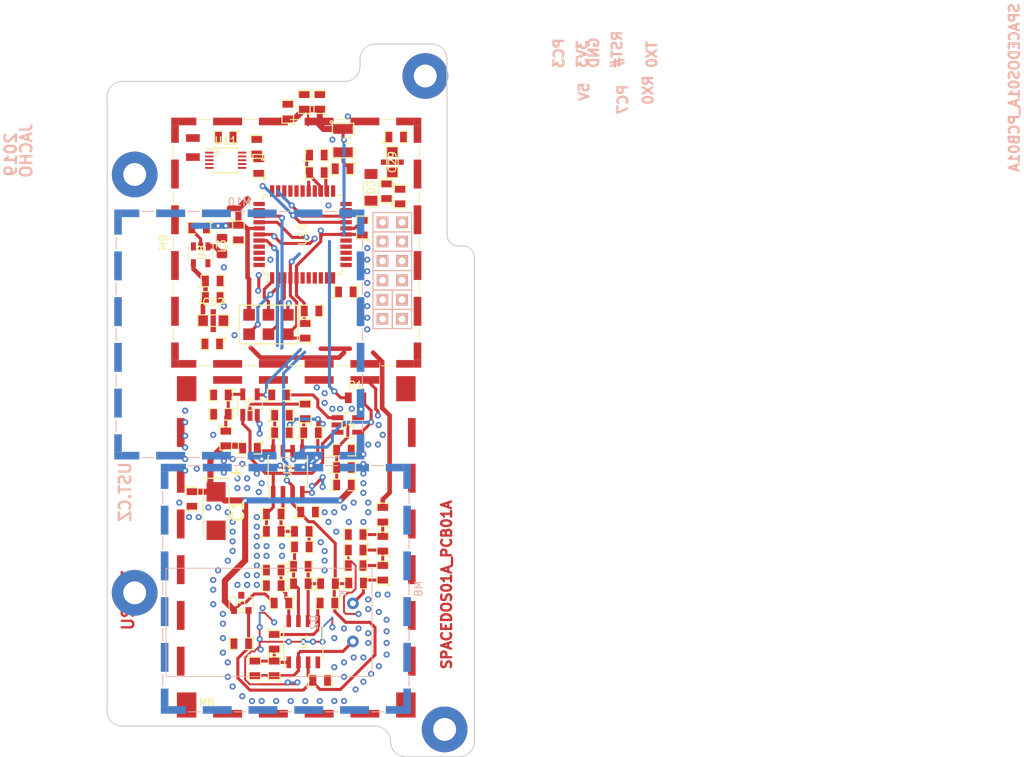
<source format=kicad_pcb>
(kicad_pcb (version 20171130) (host pcbnew "(5.1.0-rc1-108-gb4c0af021)")
  (title_block (title NAME) (date "%d. %m. %Y") (rev REV) (company "Mlab www.mlab.cz") (comment 1 VERSION) (comment 2 "Short description\\nTwo lines are maximum") (comment 3 "nickname <email@example.com>"))
  (layers (0 F.Cu signal) (31 B.Cu signal) (34 B.Paste user) (36 B.SilkS user) (37 F.SilkS user) (38 B.Mask user) (39 F.Mask user) (44 Edge.Cuts user))
  (net 0 "")
  (net 1 GND)
  (net 2 "Net-(C10-Pad2)")
  (net 3 /VCC1)
  (net 4 /VCC2)
  (net 5 /VCC3)
  (net 6 /VCC4)
  (net 7 "Net-(C10-Pad1)")
  (net 8 "Net-(C15-Pad1)")
  (net 9 "Net-(C15-Pad2)")
  (net 10 "Net-(C16-Pad1)")
  (net 11 "Net-(C18-Pad1)")
  (net 12 "Net-(C18-Pad2)")
  (net 13 "Net-(C19-Pad1)")
  (net 14 "Net-(R12-Pad2)")
  (net 15 "Net-(R13-Pad2)")
  (net 16 "Net-(C2-Pad1)")
  (net 17 /A)
  (net 18 /K)
  (net 19 "Net-(R1-Pad2)")
  (net 20 "Net-(C30-Pad1)")
  (net 21 /cpu/AVCC)
  (net 22 "Net-(C33-Pad1)")
  (net 23 /cpu/RST#)
  (net 24 /cpu/RST#_P)
  (net 25 /cpu/PC0)
  (net 26 /cpu/PC1)
  (net 27 /cpu/PB5)
  (net 28 /cpu/PB7)
  (net 29 /cpu/PB6)
  (net 30 /cpu/RX0)
  (net 31 /cpu/TX0)
  (net 32 "Net-(U11-Pad1)")
  (net 33 "Net-(U11-Pad2)")
  (net 34 +3V3)
  (net 35 "Net-(C21-Pad1)")
  (net 36 "Net-(C42-Pad1)")
  (net 37 +5V)
  (net 38 "Net-(L3-Pad2)")
  (net 39 PA1)
  (net 40 PA0)
  (net 41 "Net-(C40-Pad1)")
  (net 42 "Net-(C29-Pad1)")
  (net 43 /cpu/PC3)
  (net 44 /cpu/PC7)
  (net 45 /power/3)
  (net 46 PB0)
  (net 47 "Net-(J1-Pad1)")
  (module RF_Shielding:Laird_Technologies_BMI-S-204-F_32.00x32.00mm (layer F.Cu) (at 65.634 -68.944 90)
    (fp_text reference M9 (at 0 -17.4 90) (layer F.SilkS))
    (fp_text value BMI-S-204-F)
    (pad 1 smd rect (at 15.9 14.25 90) (size 1 2.3) (layers F.Cu F.Paste F.Mask) (net 1 GND))
    (pad 1 smd rect (at -15.9 14.25 90) (size 1 2.3) (layers F.Cu F.Paste F.Mask) (net 1 GND))
    (pad 1 smd rect (at 15.9 9 90) (size 1 3.8) (layers F.Cu F.Paste F.Mask) (net 1 GND))
    (pad 1 smd rect (at -15.9 9 90) (size 1 3.8) (layers F.Cu F.Paste F.Mask) (net 1 GND))
    (pad 1 smd rect (at 15.9 3 90) (size 1 3.8) (layers F.Cu F.Paste F.Mask) (net 1 GND))
    (pad 1 smd rect (at -15.9 3 90) (size 1 3.8) (layers F.Cu F.Paste F.Mask) (net 1 GND))
    (pad 1 smd rect (at 15.9 -3 90) (size 1 3.8) (layers F.Cu F.Paste F.Mask) (net 1 GND))
    (pad 1 smd rect (at -15.9 -3 90) (size 1 3.8) (layers F.Cu F.Paste F.Mask) (net 1 GND))
    (pad 1 smd rect (at 15.9 -9 90) (size 1 3.8) (layers F.Cu F.Paste F.Mask) (net 1 GND))
    (pad 1 smd rect (at -15.9 -9 90) (size 1 3.8) (layers F.Cu F.Paste F.Mask) (net 1 GND))
    (pad 1 smd rect (at 15.9 -14.25 90) (size 1 2.3) (layers F.Cu F.Paste F.Mask) (net 1 GND))
    (pad 1 smd rect (at -15.9 -14.25 90) (size 1 2.3) (layers F.Cu F.Paste F.Mask) (net 1 GND))
    (pad 1 smd rect (at 14.25 15.9 90) (size 2.3 1) (layers F.Cu F.Paste F.Mask) (net 1 GND))
    (pad 1 smd rect (at 14.25 -15.9 90) (size 2.3 1) (layers F.Cu F.Paste F.Mask) (net 1 GND))
    (pad 1 smd rect (at 9 15.9 90) (size 3.8 1) (layers F.Cu F.Paste F.Mask) (net 1 GND))
    (pad 1 smd rect (at 9 -15.9 90) (size 3.8 1) (layers F.Cu F.Paste F.Mask) (net 1 GND))
    (pad 1 smd rect (at 3 15.9 90) (size 3.8 1) (layers F.Cu F.Paste F.Mask) (net 1 GND))
    (pad 1 smd rect (at 3 -15.9 90) (size 3.8 1) (layers F.Cu F.Paste F.Mask) (net 1 GND))
    (pad 1 smd rect (at -3 15.9 90) (size 3.8 1) (layers F.Cu F.Paste F.Mask) (net 1 GND))
    (pad 1 smd rect (at -3 -15.9 90) (size 3.8 1) (layers F.Cu F.Paste F.Mask) (net 1 GND))
    (pad 1 smd rect (at -9 15.9 90) (size 3.8 1) (layers F.Cu F.Paste F.Mask) (net 1 GND))
    (pad 1 smd rect (at -9 -15.9 90) (size 3.8 1) (layers F.Cu F.Paste F.Mask) (net 1 GND))
    (pad 1 smd rect (at -14.25 15.9 90) (size 2.3 1) (layers F.Cu F.Paste F.Mask) (net 1 GND))
    (pad 1 smd rect (at -14.25 -15.9 90) (size 2.3 1) (layers F.Cu F.Paste F.Mask) (net 1 GND))
    (pad 1 smd rect (at -15.9 15.9 90) (size 1 1) (layers F.Cu F.Paste F.Mask) (net 1 GND))
    (pad 1 smd rect (at 15.9 15.9 90) (size 1 1) (layers F.Cu F.Paste F.Mask) (net 1 GND))
    (pad 1 smd rect (at 15.9 -15.9 90) (size 1 1) (layers F.Cu F.Paste F.Mask) (net 1 GND))
    (pad 1 smd rect (at -15.9 -15.9 90) (size 1 1) (layers F.Cu F.Paste F.Mask) (net 1 GND))
  )
  (module Mlab_R:SMD-0805 (layer F.Cu) (at 79.248 -74.9935 270)
    (fp_text reference F2)
    (fp_text value "SR010-15 100mA " hide)
    (pad 2 smd rect (at 0.9525 0 270) (size 0.889 1.397) (layers F.Cu F.Paste F.Mask) (net 45 /power/3))
    (pad 1 smd rect (at -0.9525 0 270) (size 0.889 1.397) (layers F.Cu F.Paste F.Mask) (net 42 "Net-(C29-Pad1)"))
  )
  (module RF_Shielding:Laird_Technologies_BMI-S-204-F_32.00x32.00mm (layer B.Cu) (at 58.166 -56.896 180)
    (fp_text reference M10 (at 0 17.4 180) (layer B.SilkS) (effects (justify mirror)))
    (fp_text value BMI-S-204-F)
    (pad 1 smd rect (at -15.9 15.9 180) (size 1 1) (layers B.Cu B.Paste B.Mask) (net 1 GND))
    (pad 1 smd rect (at 15.9 15.9 180) (size 1 1) (layers B.Cu B.Paste B.Mask) (net 1 GND))
    (pad 1 smd rect (at 15.9 -15.9 180) (size 1 1) (layers B.Cu B.Paste B.Mask) (net 1 GND))
    (pad 1 smd rect (at -15.9 -15.9 180) (size 1 1) (layers B.Cu B.Paste B.Mask) (net 1 GND))
    (pad 1 smd rect (at -14.25 15.9 180) (size 2.3 1) (layers B.Cu B.Paste B.Mask) (net 1 GND))
    (pad 1 smd rect (at -14.25 -15.9 180) (size 2.3 1) (layers B.Cu B.Paste B.Mask) (net 1 GND))
    (pad 1 smd rect (at -9 15.9 180) (size 3.8 1) (layers B.Cu B.Paste B.Mask) (net 1 GND))
    (pad 1 smd rect (at -9 -15.9 180) (size 3.8 1) (layers B.Cu B.Paste B.Mask) (net 1 GND))
    (pad 1 smd rect (at -3 15.9 180) (size 3.8 1) (layers B.Cu B.Paste B.Mask) (net 1 GND))
    (pad 1 smd rect (at -3 -15.9 180) (size 3.8 1) (layers B.Cu B.Paste B.Mask) (net 1 GND))
    (pad 1 smd rect (at 3 15.9 180) (size 3.8 1) (layers B.Cu B.Paste B.Mask) (net 1 GND))
    (pad 1 smd rect (at 3 -15.9 180) (size 3.8 1) (layers B.Cu B.Paste B.Mask) (net 1 GND))
    (pad 1 smd rect (at 9 15.9 180) (size 3.8 1) (layers B.Cu B.Paste B.Mask) (net 1 GND))
    (pad 1 smd rect (at 9 -15.9 180) (size 3.8 1) (layers B.Cu B.Paste B.Mask) (net 1 GND))
    (pad 1 smd rect (at 14.25 15.9 180) (size 2.3 1) (layers B.Cu B.Paste B.Mask) (net 1 GND))
    (pad 1 smd rect (at 14.25 -15.9 180) (size 2.3 1) (layers B.Cu B.Paste B.Mask) (net 1 GND))
    (pad 1 smd rect (at -15.9 14.25 180) (size 1 2.3) (layers B.Cu B.Paste B.Mask) (net 1 GND))
    (pad 1 smd rect (at 15.9 14.25 180) (size 1 2.3) (layers B.Cu B.Paste B.Mask) (net 1 GND))
    (pad 1 smd rect (at -15.9 9 180) (size 1 3.8) (layers B.Cu B.Paste B.Mask) (net 1 GND))
    (pad 1 smd rect (at 15.9 9 180) (size 1 3.8) (layers B.Cu B.Paste B.Mask) (net 1 GND))
    (pad 1 smd rect (at -15.9 3 180) (size 1 3.8) (layers B.Cu B.Paste B.Mask) (net 1 GND))
    (pad 1 smd rect (at 15.9 3 180) (size 1 3.8) (layers B.Cu B.Paste B.Mask) (net 1 GND))
    (pad 1 smd rect (at -15.9 -3 180) (size 1 3.8) (layers B.Cu B.Paste B.Mask) (net 1 GND))
    (pad 1 smd rect (at 15.9 -3 180) (size 1 3.8) (layers B.Cu B.Paste B.Mask) (net 1 GND))
    (pad 1 smd rect (at -15.9 -9 180) (size 1 3.8) (layers B.Cu B.Paste B.Mask) (net 1 GND))
    (pad 1 smd rect (at 15.9 -9 180) (size 1 3.8) (layers B.Cu B.Paste B.Mask) (net 1 GND))
    (pad 1 smd rect (at -15.9 -14.25 180) (size 1 2.3) (layers B.Cu B.Paste B.Mask) (net 1 GND))
    (pad 1 smd rect (at 15.9 -14.25 180) (size 1 2.3) (layers B.Cu B.Paste B.Mask) (net 1 GND))
  )
  (module Mlab_Pin_Headers:Straight_1x02 (layer B.Cu) (at 78.232 -66.548 270)
    (fp_text reference J2 hide)
    (fp_text value HEADER_2x01_PARALLEL hide)
    (pad 2 thru_hole rect (at 0 -1.27 270) (size 1.524 1.524) (drill 0.889) (layers *.Cu *.Mask B.SilkS) (net 1 GND))
    (pad 1 thru_hole rect (at 0 1.27 270) (size 1.524 1.524) (drill 0.889) (layers *.Cu *.Mask B.SilkS) (net 1 GND))
  )
  (module Mlab_Pin_Headers:Straight_1x02 (layer B.Cu) (at 78.232 -69.088 270)
    (fp_text reference J1 hide)
    (fp_text value HEADER_2x01_PARALLEL hide)
    (pad 2 thru_hole rect (at 0 -1.27 270) (size 1.524 1.524) (drill 0.889) (layers *.Cu *.Mask B.SilkS) (net 47 "Net-(J1-Pad1)"))
    (pad 1 thru_hole rect (at 0 1.27 270) (size 1.524 1.524) (drill 0.889) (layers *.Cu *.Mask B.SilkS) (net 47 "Net-(J1-Pad1)"))
  )
  (module Mlab_Pin_Headers:Straight_1x02 (layer B.Cu) (at 78.232 -71.628 270)
    (fp_text reference J3 hide)
    (fp_text value HEADER_2x01_PARALLEL hide)
    (pad 2 thru_hole rect (at 0 -1.27 270) (size 1.524 1.524) (drill 0.889) (layers *.Cu *.Mask B.SilkS) (net 45 /power/3))
    (pad 1 thru_hole rect (at 0 1.27 270) (size 1.524 1.524) (drill 0.889) (layers *.Cu *.Mask B.SilkS) (net 45 /power/3))
  )
  (module Mlab_Pin_Headers:Straight_1x01 (layer B.Cu) (at 79.502 -61.468 90)
    (fp_text reference J7 hide)
    (fp_text value HEADER_1x01 hide)
    (pad 1 thru_hole rect (at 0 0 90) (size 1.524 1.524) (drill 0.889) (layers *.Cu *.Mask B.SilkS) (net 31 /cpu/TX0))
  )
  (module Mlab_Pin_Headers:Straight_1x01 (layer B.Cu) (at 76.962 -58.928 90)
    (fp_text reference J4 hide)
    (fp_text value HEADER_1x01 hide)
    (pad 1 thru_hole rect (at 0 0 90) (size 1.524 1.524) (drill 0.889) (layers *.Cu *.Mask B.SilkS) (net 44 /cpu/PC7))
  )
  (module Mlab_Pin_Headers:Straight_1x01 (layer B.Cu) (at 76.962 -61.468 90)
    (fp_text reference J6 hide)
    (fp_text value HEADER_1x01 hide)
    (pad 1 thru_hole rect (at 0 0 90) (size 1.524 1.524) (drill 0.889) (layers *.Cu *.Mask B.SilkS) (net 30 /cpu/RX0))
  )
  (module Mlab_Pin_Headers:Straight_1x01 (layer B.Cu) (at 79.502 -58.928 90)
    (fp_text reference J5 hide)
    (fp_text value HEADER_1x01 hide)
    (pad 1 thru_hole rect (at 0 0 90) (size 1.524 1.524) (drill 0.889) (layers *.Cu *.Mask B.SilkS) (net 43 /cpu/PC3))
  )
  (module Mlab_Pin_Headers:Straight_2x01 (layer B.Cu) (at 78.232 -64.008 180)
    (fp_text reference J19 hide)
    (fp_text value HEADER_2x01_PARALLEL hide)
    (pad 2 thru_hole rect (at 1.27 0 180) (size 1.524 1.524) (drill 0.889) (layers *.Cu *.Mask B.SilkS) (net 23 /cpu/RST#))
    (pad 1 thru_hole rect (at -1.27 0 180) (size 1.524 1.524) (drill 0.889) (layers *.Cu *.Mask B.SilkS) (net 23 /cpu/RST#))
  )
  (module Mlab_C:TantalC_SizeC_Reflow (layer F.Cu) (at 55.1247 -33.7261 270)
    (fp_text reference C1 (at 0 -2.85 270) (layer F.SilkS) (effects (font (size 1.524 1.524) (thickness 0.3048))))
    (fp_text value 47uF hide)
    (fp_text user + (at -4.99872 -2.55016 270) (layer F.SilkS) (effects (font (size 1.524 1.524) (thickness 0.3048))))
    (pad 1 smd rect (at -2.52476 0 270) (size 2.55016 2.49936) (layers F.Cu F.Paste F.Mask) (net 34 +3V3))
    (pad 2 smd rect (at 2.52476 0 270) (size 2.55016 2.49936) (layers F.Cu F.Paste F.Mask) (net 1 GND))
  )
  (module Mlab_R:SMD-0805 (layer F.Cu) (at 66.8087 -46.8071 90)
    (fp_text reference R13)
    (fp_text value 2k2)
    (pad 1 smd rect (at -0.9525 0 90) (size 0.889 1.397) (layers F.Cu F.Paste F.Mask) (net 13 "Net-(C19-Pad1)"))
    (pad 2 smd rect (at 0.9525 0 90) (size 0.889 1.397) (layers F.Cu F.Paste F.Mask) (net 15 "Net-(R13-Pad2)"))
  )
  (module Mlab_IO:TSSOP-10_3x3mm_Pitch0.5mm (layer F.Cu) (at 56.388 -79.756)
    (fp_text reference U11 (at 0 -2.55) (layer F.SilkS))
    (fp_text value PCF85263A hide)
    (pad 10 smd rect (at 2.15 -1) (size 1.1 0.25) (layers F.Cu F.Paste F.Mask) (net 34 +3V3))
    (pad 9 smd rect (at 2.15 -0.5) (size 1.1 0.25) (layers F.Cu F.Paste F.Mask))
    (pad 8 smd rect (at 2.15 0) (size 1.1 0.25) (layers F.Cu F.Paste F.Mask))
    (pad 7 smd rect (at 2.15 0.5) (size 1.1 0.25) (layers F.Cu F.Paste F.Mask) (net 25 /cpu/PC0))
    (pad 6 smd rect (at 2.15 1) (size 1.1 0.25) (layers F.Cu F.Paste F.Mask) (net 26 /cpu/PC1))
    (pad 5 smd rect (at -2.15 1) (size 1.1 0.25) (layers F.Cu F.Paste F.Mask) (net 1 GND))
    (pad 4 smd rect (at -2.15 0.5) (size 1.1 0.25) (layers F.Cu F.Paste F.Mask))
    (pad 3 smd rect (at -2.15 0) (size 1.1 0.25) (layers F.Cu F.Paste F.Mask) (net 34 +3V3))
    (pad 2 smd rect (at -2.15 -0.5) (size 1.1 0.25) (layers F.Cu F.Paste F.Mask) (net 33 "Net-(U11-Pad2)"))
    (pad 1 smd rect (at -2.15 -1) (size 1.1 0.25) (layers F.Cu F.Paste F.Mask) (net 32 "Net-(U11-Pad1)"))
  )
  (module Mlab_R:SMD-1210 (layer F.Cu) (at 71.7677 -82.3341 270)
    (fp_text reference L1 (at -0.127 -0.635 270) (layer F.SilkS) (effects (font (size 0.762 0.762) (thickness 0.127))))
    (fp_text value "10uH - LQH32CN100K23L" hide)
    (pad 2 smd rect (at 1.524 0 270) (size 1.27 2.54) (layers F.Cu F.Paste F.Mask) (net 21 /cpu/AVCC))
    (pad 1 smd rect (at -1.524 0 270) (size 1.27 2.54) (layers F.Cu F.Paste F.Mask) (net 34 +3V3))
  )
  (module Mlab_L:FIR1 (layer F.Cu) (at 78.232 -79.502 90)
    (fp_text reference C29 (at 0 0 90) (layer F.SilkS))
    (fp_text value NFM21PC105-1uF hide)
    (pad 3 smd rect (at 1.35 0 90) (size 1.3 1.5) (layers F.Cu F.Paste F.Mask) (net 34 +3V3))
    (pad 2 smd rect (at 0 0 90) (size 0.7 3) (layers F.Cu F.Paste F.Mask) (net 1 GND))
    (pad 1 smd rect (at -1.35 0 90) (size 1.3 1.5) (layers F.Cu F.Paste F.Mask) (net 42 "Net-(C29-Pad1)"))
  )
  (module Mlab_L:FIR1 (layer F.Cu) (at 54.7497 -58.7121)
    (fp_text reference C52 (at 0 -2.413) (layer F.SilkS))
    (fp_text value NFM21PC105-1uF hide)
    (pad 3 smd rect (at 1.35 0) (size 1.3 1.5) (layers F.Cu F.Paste F.Mask) (net 37 +5V))
    (pad 2 smd rect (at 0 0) (size 0.7 3) (layers F.Cu F.Paste F.Mask) (net 1 GND))
    (pad 1 smd rect (at -1.35 0) (size 1.3 1.5) (layers F.Cu F.Paste F.Mask) (net 36 "Net-(C42-Pad1)"))
  )
  (module Mlab_R:SMD-0805 (layer F.Cu) (at 67.5707 -44.0131)
    (fp_text reference C19)
    (fp_text value 1nF/NP0)
    (pad 1 smd rect (at -0.9525 0) (size 0.889 1.397) (layers F.Cu F.Paste F.Mask) (net 13 "Net-(C19-Pad1)"))
    (pad 2 smd rect (at 0.9525 0) (size 0.889 1.397) (layers F.Cu F.Paste F.Mask) (net 1 GND))
  )
  (module Mlab_R:SMD-0805 (layer F.Cu) (at 63.3797 -48.9661)
    (fp_text reference R12)
    (fp_text value 10k)
    (pad 1 smd rect (at -0.9525 0) (size 0.889 1.397) (layers F.Cu F.Paste F.Mask) (net 46 PB0))
    (pad 2 smd rect (at 0.9525 0) (size 0.889 1.397) (layers F.Cu F.Paste F.Mask) (net 14 "Net-(R12-Pad2)"))
  )
  (module Mlab_R:SMD-0805 (layer F.Cu) (at 63.7607 -46.2991)
    (fp_text reference C7)
    (fp_text value 10uF)
    (pad 1 smd rect (at -0.9525 0) (size 0.889 1.397) (layers F.Cu F.Paste F.Mask) (net 4 /VCC2))
    (pad 2 smd rect (at 0.9525 0) (size 0.889 1.397) (layers F.Cu F.Paste F.Mask) (net 1 GND))
  )
  (module Mlab_R:SMD-0805 (layer F.Cu) (at 55.7597 -48.9661 180)
    (fp_text reference C14)
    (fp_text value 100nF)
    (pad 1 smd rect (at -0.9525 0 180) (size 0.889 1.397) (layers F.Cu F.Paste F.Mask) (net 6 /VCC4))
    (pad 2 smd rect (at 0.9525 0 180) (size 0.889 1.397) (layers F.Cu F.Paste F.Mask) (net 1 GND))
  )
  (module Mlab_R:SMD-0805 (layer F.Cu) (at 55.7597 -46.4261 180)
    (fp_text reference C9)
    (fp_text value 10uF)
    (pad 1 smd rect (at -0.9525 0 180) (size 0.889 1.397) (layers F.Cu F.Paste F.Mask) (net 6 /VCC4))
    (pad 2 smd rect (at 0.9525 0 180) (size 0.889 1.397) (layers F.Cu F.Paste F.Mask) (net 1 GND))
  )
  (module Mlab_R:SMD-0805 (layer F.Cu) (at 56.3947 -43.2511 270)
    (fp_text reference R5)
    (fp_text value 470R)
    (pad 1 smd rect (at -0.9525 0 270) (size 0.889 1.397) (layers F.Cu F.Paste F.Mask) (net 6 /VCC4))
    (pad 2 smd rect (at 0.9525 0 270) (size 0.889 1.397) (layers F.Cu F.Paste F.Mask) (net 34 +3V3))
  )
  (module Mlab_R:SMD-0805 (layer F.Cu) (at 63.7607 -44.0131)
    (fp_text reference C12)
    (fp_text value 100nF)
    (pad 1 smd rect (at -0.9525 0) (size 0.889 1.397) (layers F.Cu F.Paste F.Mask) (net 4 /VCC2))
    (pad 2 smd rect (at 0.9525 0) (size 0.889 1.397) (layers F.Cu F.Paste F.Mask) (net 1 GND))
  )
  (module Mlab_R:SMD-0805 (layer F.Cu) (at 59.5697 -41.9811 180)
    (fp_text reference R3)
    (fp_text value 470R)
    (pad 1 smd rect (at -0.9525 0 180) (size 0.889 1.397) (layers F.Cu F.Paste F.Mask) (net 4 /VCC2))
    (pad 2 smd rect (at 0.9525 0 180) (size 0.889 1.397) (layers F.Cu F.Paste F.Mask) (net 34 +3V3))
  )
  (module Mlab_IO:SOIC-8_3.9x4.9mm_Pitch1.27mm (layer F.Cu) (at 64.5227 -38.9331 90)
    (fp_text reference U2 (at 0 0 90) (layer F.SilkS))
    (fp_text value OPA2314 hide)
    (pad 8 smd rect (at 2.7 -1.905 90) (size 1.55 0.6) (layers F.Cu F.Paste F.Mask) (net 4 /VCC2))
    (pad 7 smd rect (at 2.7 -0.635 90) (size 1.55 0.6) (layers F.Cu F.Paste F.Mask) (net 19 "Net-(R1-Pad2)"))
    (pad 6 smd rect (at 2.7 0.635 90) (size 1.55 0.6) (layers F.Cu F.Paste F.Mask) (net 19 "Net-(R1-Pad2)"))
    (pad 5 smd rect (at 2.7 1.905 90) (size 1.55 0.6) (layers F.Cu F.Paste F.Mask) (net 13 "Net-(C19-Pad1)"))
    (pad 4 smd rect (at -2.7 1.905 90) (size 1.55 0.6) (layers F.Cu F.Paste F.Mask) (net 1 GND))
    (pad 3 smd rect (at -2.7 0.635 90) (size 1.55 0.6) (layers F.Cu F.Paste F.Mask) (net 39 PA1))
    (pad 2 smd rect (at -2.7 -0.635 90) (size 1.55 0.6) (layers F.Cu F.Paste F.Mask) (net 12 "Net-(C18-Pad2)"))
    (pad 1 smd rect (at -2.7 -1.905 90) (size 1.55 0.6) (layers F.Cu F.Paste F.Mask) (net 11 "Net-(C18-Pad1)"))
  )
  (module Mlab_R:SMD-0805 (layer F.Cu) (at 62.6812 -33.3451)
    (fp_text reference C18)
    (fp_text value 2n2)
    (pad 1 smd rect (at -0.9525 0) (size 0.889 1.397) (layers F.Cu F.Paste F.Mask) (net 11 "Net-(C18-Pad1)"))
    (pad 2 smd rect (at 0.9525 0) (size 0.889 1.397) (layers F.Cu F.Paste F.Mask) (net 12 "Net-(C18-Pad2)"))
  )
  (module Mlab_R:SMD-0805 (layer F.Cu) (at 62.6812 -31.0591)
    (fp_text reference R11)
    (fp_text value 4k7)
    (pad 1 smd rect (at -0.9525 0) (size 0.889 1.397) (layers F.Cu F.Paste F.Mask) (net 11 "Net-(C18-Pad1)"))
    (pad 2 smd rect (at 0.9525 0) (size 0.889 1.397) (layers F.Cu F.Paste F.Mask) (net 12 "Net-(C18-Pad2)"))
  )
  (module Mlab_R:SMD-0805 (layer F.Cu) (at 67.1897 -33.5991)
    (fp_text reference C17)
    (fp_text value 4u7)
    (pad 1 smd rect (at -0.9525 0) (size 0.889 1.397) (layers F.Cu F.Paste F.Mask) (net 39 PA1))
    (pad 2 smd rect (at 0.9525 0) (size 0.889 1.397) (layers F.Cu F.Paste F.Mask) (net 1 GND))
  )
  (module Mlab_R:SMD-0805 (layer F.Cu) (at 66.3642 -31.0591)
    (fp_text reference R10)
    (fp_text value 1k)
    (pad 1 smd rect (at -0.9525 0) (size 0.889 1.397) (layers F.Cu F.Paste F.Mask) (net 12 "Net-(C18-Pad2)"))
    (pad 2 smd rect (at 0.9525 0) (size 0.889 1.397) (layers F.Cu F.Paste F.Mask) (net 10 "Net-(C16-Pad1)"))
  )
  (module Mlab_R:SMD-0805 (layer F.Cu) (at 62.6812 -25.9791 180)
    (fp_text reference C6)
    (fp_text value 10uF)
    (pad 1 smd rect (at -0.9525 0 180) (size 0.889 1.397) (layers F.Cu F.Paste F.Mask) (net 3 /VCC1))
    (pad 2 smd rect (at 0.9525 0 180) (size 0.889 1.397) (layers F.Cu F.Paste F.Mask) (net 1 GND))
  )
  (module Mlab_R:SMD-0805 (layer F.Cu) (at 62.6812 -23.9471 180)
    (fp_text reference C11)
    (fp_text value 100nF)
    (pad 1 smd rect (at -0.9525 0 180) (size 0.889 1.397) (layers F.Cu F.Paste F.Mask) (net 3 /VCC1))
    (pad 2 smd rect (at 0.9525 0 180) (size 0.889 1.397) (layers F.Cu F.Paste F.Mask) (net 1 GND))
  )
  (module Mlab_R:SMD-0805 (layer F.Cu) (at 63.6972 -21.6611 180)
    (fp_text reference R2)
    (fp_text value 470R)
    (pad 1 smd rect (at -0.9525 0 180) (size 0.889 1.397) (layers F.Cu F.Paste F.Mask) (net 3 /VCC1))
    (pad 2 smd rect (at 0.9525 0 180) (size 0.889 1.397) (layers F.Cu F.Paste F.Mask) (net 34 +3V3))
  )
  (module Mlab_R:SMD-0805 (layer F.Cu) (at 66.3642 -29.0271 180)
    (fp_text reference C16)
    (fp_text value 100nF)
    (pad 1 smd rect (at -0.9525 0 180) (size 0.889 1.397) (layers F.Cu F.Paste F.Mask) (net 10 "Net-(C16-Pad1)"))
    (pad 2 smd rect (at 0.9525 0 180) (size 0.889 1.397) (layers F.Cu F.Paste F.Mask) (net 8 "Net-(C15-Pad1)"))
  )
  (module Mlab_R:SMD-0805 (layer F.Cu) (at 66.2372 -26.4871)
    (fp_text reference C15)
    (fp_text value 3n3)
    (pad 1 smd rect (at -0.9525 0) (size 0.889 1.397) (layers F.Cu F.Paste F.Mask) (net 8 "Net-(C15-Pad1)"))
    (pad 2 smd rect (at 0.9525 0) (size 0.889 1.397) (layers F.Cu F.Paste F.Mask) (net 9 "Net-(C15-Pad2)"))
  )
  (module Mlab_R:SMD-0805 (layer F.Cu) (at 66.2372 -24.2011)
    (fp_text reference R9)
    (fp_text value 4k7)
    (pad 1 smd rect (at -0.9525 0) (size 0.889 1.397) (layers F.Cu F.Paste F.Mask) (net 8 "Net-(C15-Pad1)"))
    (pad 2 smd rect (at 0.9525 0) (size 0.889 1.397) (layers F.Cu F.Paste F.Mask) (net 9 "Net-(C15-Pad2)"))
  )
  (module Mlab_R:SMD-0805 (layer F.Cu) (at 69.7932 -24.2011)
    (fp_text reference R8)
    (fp_text value 1k)
    (pad 1 smd rect (at -0.9525 0) (size 0.889 1.397) (layers F.Cu F.Paste F.Mask) (net 9 "Net-(C15-Pad2)"))
    (pad 2 smd rect (at 0.9525 0) (size 0.889 1.397) (layers F.Cu F.Paste F.Mask) (net 39 PA1))
  )
  (module Mlab_R:SMD-0805 (layer F.Cu) (at 69.7297 -21.6611 180)
    (fp_text reference R7)
    (fp_text value 10k)
    (pad 1 smd rect (at -0.9525 0 180) (size 0.889 1.397) (layers F.Cu F.Paste F.Mask) (net 39 PA1))
    (pad 2 smd rect (at 0.9525 0 180) (size 0.889 1.397) (layers F.Cu F.Paste F.Mask) (net 7 "Net-(C10-Pad1)"))
  )
  (module Mlab_IO:SOIC-8_3.9x4.9mm_Pitch1.27mm (layer F.Cu) (at 66.5547 -16.5811 90)
    (fp_text reference U1 (at 0 0 90) (layer F.SilkS))
    (fp_text value OPA2314 hide)
    (pad 8 smd rect (at 2.7 -1.905 90) (size 1.55 0.6) (layers F.Cu F.Paste F.Mask) (net 3 /VCC1))
    (pad 7 smd rect (at 2.7 -0.635 90) (size 1.55 0.6) (layers F.Cu F.Paste F.Mask) (net 8 "Net-(C15-Pad1)"))
    (pad 6 smd rect (at 2.7 0.635 90) (size 1.55 0.6) (layers F.Cu F.Paste F.Mask) (net 9 "Net-(C15-Pad2)"))
    (pad 5 smd rect (at 2.7 1.905 90) (size 1.55 0.6) (layers F.Cu F.Paste F.Mask) (net 7 "Net-(C10-Pad1)"))
    (pad 4 smd rect (at -2.7 1.905 90) (size 1.55 0.6) (layers F.Cu F.Paste F.Mask) (net 1 GND))
    (pad 3 smd rect (at -2.7 0.635 90) (size 1.55 0.6) (layers F.Cu F.Paste F.Mask) (net 39 PA1))
    (pad 2 smd rect (at -2.7 -0.635 90) (size 1.55 0.6) (layers F.Cu F.Paste F.Mask) (net 17 /A))
    (pad 1 smd rect (at -2.7 -1.905 90) (size 1.55 0.6) (layers F.Cu F.Paste F.Mask) (net 2 "Net-(C10-Pad2)"))
  )
  (module Mlab_R:SMD-0805 (layer F.Cu) (at 58.4267 -16.3271 180)
    (fp_text reference C20)
    (fp_text value 100nF)
    (pad 1 smd rect (at -0.9525 0 180) (size 0.889 1.397) (layers F.Cu F.Paste F.Mask) (net 39 PA1))
    (pad 2 smd rect (at 0.9525 0 180) (size 0.889 1.397) (layers F.Cu F.Paste F.Mask) (net 1 GND))
  )
  (module Mlab_R:SMD-0805 (layer F.Cu) (at 62.7447 -16.5811 270)
    (fp_text reference C10)
    (fp_text value 100nF)
    (pad 1 smd rect (at -0.9525 0 270) (size 0.889 1.397) (layers F.Cu F.Paste F.Mask) (net 7 "Net-(C10-Pad1)"))
    (pad 2 smd rect (at 0.9525 0 270) (size 0.889 1.397) (layers F.Cu F.Paste F.Mask) (net 2 "Net-(C10-Pad2)"))
  )
  (module Mlab_R:SMD-0805 (layer F.Cu) (at 60.2047 -13.0886 270)
    (fp_text reference R6)
    (fp_text value 10M)
    (pad 1 smd rect (at -0.9525 0 270) (size 0.889 1.397) (layers F.Cu F.Paste F.Mask) (net 2 "Net-(C10-Pad2)"))
    (pad 2 smd rect (at 0.9525 0 270) (size 0.889 1.397) (layers F.Cu F.Paste F.Mask) (net 17 /A))
  )
  (module Mlab_R:SMD-0805 (layer F.Cu) (at 62.7447 -13.0886 270)
    (fp_text reference C5)
    (fp_text value "1pFNP0 251R15S1R0AV4E" hide)
    (pad 1 smd rect (at -0.9525 0 270) (size 0.889 1.397) (layers F.Cu F.Paste F.Mask) (net 2 "Net-(C10-Pad2)"))
    (pad 2 smd rect (at 0.9525 0 270) (size 0.889 1.397) (layers F.Cu F.Paste F.Mask) (net 17 /A))
  )
  (module Mlab_R:SMD-0805 (layer F.Cu) (at 68.7772 -11.5011)
    (fp_text reference C3)
    (fp_text value 4u7)
    (pad 1 smd rect (at -0.9525 0) (size 0.889 1.397) (layers F.Cu F.Paste F.Mask) (net 39 PA1))
    (pad 2 smd rect (at 0.9525 0) (size 0.889 1.397) (layers F.Cu F.Paste F.Mask) (net 1 GND))
  )
  (module Mlab_R:SMD-0805 (layer F.Cu) (at 51.9497 -35.3136 270)
    (fp_text reference C4)
    (fp_text value 10uF)
    (pad 1 smd rect (at -0.9525 0 270) (size 0.889 1.397) (layers F.Cu F.Paste F.Mask) (net 34 +3V3))
    (pad 2 smd rect (at 0.9525 0 270) (size 0.889 1.397) (layers F.Cu F.Paste F.Mask) (net 1 GND))
  )
  (module Mlab_Pin_Headers:SMD_2x03 (layer F.Cu) (at 61.9887 -58.2041 90)
    (fp_text reference J22 hide)
    (fp_text value HEADER_2x03 hide)
    (fp_text user 1 (at -2.921 -2.54 90) (layer F.SilkS) (effects (font (size 0.5 0.5) (thickness 0.05))))
    (pad 1 smd rect (at -1.27 -2.54 90) (size 1.524 1.524) (layers F.Cu F.Paste F.Mask) (net 29 /cpu/PB6))
    (pad 2 smd rect (at 1.27 -2.54 90) (size 1.524 1.524) (layers F.Cu F.Paste F.Mask) (net 34 +3V3))
    (pad 3 smd rect (at -1.27 0 90) (size 1.524 1.524) (layers F.Cu F.Paste F.Mask) (net 28 /cpu/PB7))
    (pad 4 smd rect (at 1.27 0 90) (size 1.524 1.524) (layers F.Cu F.Paste F.Mask) (net 27 /cpu/PB5))
    (pad 5 smd rect (at -1.27 2.54 90) (size 1.524 1.524) (layers F.Cu F.Paste F.Mask) (net 24 /cpu/RST#_P))
    (pad 6 smd rect (at 1.27 2.54 90) (size 1.524 1.524) (layers F.Cu F.Paste F.Mask) (net 1 GND))
  )
  (module Mlab_R:SMD-0805 (layer F.Cu) (at 71.8887 -41.7271)
    (fp_text reference C13)
    (fp_text value 100nF)
    (pad 1 smd rect (at -0.9525 0) (size 0.889 1.397) (layers F.Cu F.Paste F.Mask) (net 5 /VCC3))
    (pad 2 smd rect (at 0.9525 0) (size 0.889 1.397) (layers F.Cu F.Paste F.Mask) (net 1 GND))
  )
  (module Mlab_R:SMD-0805 (layer F.Cu) (at 71.8887 -39.4411)
    (fp_text reference C8)
    (fp_text value 10uF)
    (pad 1 smd rect (at -0.9525 0) (size 0.889 1.397) (layers F.Cu F.Paste F.Mask) (net 5 /VCC3))
    (pad 2 smd rect (at 0.9525 0) (size 0.889 1.397) (layers F.Cu F.Paste F.Mask) (net 1 GND))
  )
  (module Mlab_R:SMD-0805 (layer F.Cu) (at 71.8887 -37.1551)
    (fp_text reference R4)
    (fp_text value 470R)
    (pad 1 smd rect (at -0.9525 0) (size 0.889 1.397) (layers F.Cu F.Paste F.Mask) (net 5 /VCC3))
    (pad 2 smd rect (at 0.9525 0) (size 0.889 1.397) (layers F.Cu F.Paste F.Mask) (net 34 +3V3))
  )
  (module Mlab_Mechanical:BMI-S-210-F (layer F.Cu) (at 49.985 -6.634 90)
    (fp_text reference M6 (at 2.01 3.915) (layer F.SilkS))
    (fp_text value BMI-S-210-F)
    (pad 1 smd rect (at 37.4 30.8 90) (size 3.8 1) (layers F.Cu F.Paste F.Mask) (net 1 GND))
    (pad 1 smd rect (at 31.4 30.8 90) (size 3.8 1) (layers F.Cu F.Paste F.Mask) (net 1 GND))
    (pad 1 smd rect (at 25.4 30.8 90) (size 3.8 1) (layers F.Cu F.Paste F.Mask) (net 1 GND))
    (pad 1 smd rect (at 19.4 30.8 90) (size 3.8 1) (layers F.Cu F.Paste F.Mask) (net 1 GND))
    (pad 1 smd rect (at 13.4 30.8 90) (size 3.8 1) (layers F.Cu F.Paste F.Mask) (net 1 GND))
    (pad 1 smd rect (at 7.4 30.8 90) (size 3.8 1) (layers F.Cu F.Paste F.Mask) (net 1 GND))
    (pad 1 smd rect (at 37.4 0.5 90) (size 3.8 1) (layers F.Cu F.Paste F.Mask) (net 1 GND))
    (pad 1 smd rect (at 31.4 0.5 90) (size 3.8 1) (layers F.Cu F.Paste F.Mask) (net 1 GND))
    (pad 1 smd rect (at 25.4 0.5 90) (size 3.8 1) (layers F.Cu F.Paste F.Mask) (net 1 GND))
    (pad 1 smd rect (at 19.4 0.5 90) (size 3.8 1) (layers F.Cu F.Paste F.Mask) (net 1 GND))
    (pad 1 smd rect (at 13.4 0.5 90) (size 3.8 1) (layers F.Cu F.Paste F.Mask) (net 1 GND))
    (pad 1 smd rect (at 7.4 0.5 90) (size 3.8 1) (layers F.Cu F.Paste F.Mask) (net 1 GND))
    (pad 1 smd rect (at 43.15 30.025 90) (size 3.3 2.55) (layers F.Cu F.Paste F.Mask) (net 1 GND))
    (pad 1 smd rect (at 1.65 30.025 90) (size 3.3 2.55) (layers F.Cu F.Paste F.Mask) (net 1 GND))
    (pad 1 smd rect (at 43.15 1.275 90) (size 3.3 2.55) (layers F.Cu F.Paste F.Mask) (net 1 GND))
    (pad 1 smd rect (at 1.65 1.275 90) (size 3.3 2.55) (layers F.Cu F.Paste F.Mask) (net 1 GND))
    (pad 1 smd rect (at 0.5 6.65 90) (size 1 3.8) (layers F.Cu F.Paste F.Mask) (net 1 GND))
    (pad 1 smd rect (at 0.5 12.65 90) (size 1 3.8) (layers F.Cu F.Paste F.Mask) (net 1 GND))
    (pad 1 smd rect (at 0.5 18.65 90) (size 1 3.8) (layers F.Cu F.Paste F.Mask) (net 1 GND))
    (pad 1 smd rect (at 0.5 24.65 90) (size 1 3.8) (layers F.Cu F.Paste F.Mask) (net 1 GND))
    (pad 1 smd rect (at 44.3 6.65 90) (size 1 3.8) (layers F.Cu F.Paste F.Mask) (net 1 GND))
    (pad 1 smd rect (at 44.3 12.65 90) (size 1 3.8) (layers F.Cu F.Paste F.Mask) (net 1 GND))
    (pad 1 smd rect (at 44.3 18.65 90) (size 1 3.8) (layers F.Cu F.Paste F.Mask) (net 1 GND))
    (pad 1 smd rect (at 44.3 24.65 90) (size 1 3.8) (layers F.Cu F.Paste F.Mask) (net 1 GND))
  )
  (module Package_QFP:TQFP-44_10x10mm_P0.8mm (layer F.Cu) (at 66.4667 -70.0191 90)
    (fp_text reference U10 (at -0.004 -0.033 90) (layer F.SilkS))
    (fp_text value ATMEGA1284P-AU hide)
    (pad 1 smd rect (at -5.7 -4 90) (size 1.5 0.55) (layers F.Cu F.Paste F.Mask) (net 27 /cpu/PB5))
    (pad 2 smd rect (at -5.7 -3.2 90) (size 1.5 0.55) (layers F.Cu F.Paste F.Mask) (net 29 /cpu/PB6))
    (pad 3 smd rect (at -5.7 -2.4 90) (size 1.5 0.55) (layers F.Cu F.Paste F.Mask) (net 28 /cpu/PB7))
    (pad 4 smd rect (at -5.7 -1.6 90) (size 1.5 0.55) (layers F.Cu F.Paste F.Mask) (net 24 /cpu/RST#_P))
    (pad 5 smd rect (at -5.7 -0.8 90) (size 1.5 0.55) (layers F.Cu F.Paste F.Mask) (net 34 +3V3))
    (pad 6 smd rect (at -5.7 0 90) (size 1.5 0.55) (layers F.Cu F.Paste F.Mask) (net 1 GND))
    (pad 7 smd rect (at -5.7 0.8 90) (size 1.5 0.55) (layers F.Cu F.Paste F.Mask) (net 20 "Net-(C30-Pad1)"))
    (pad 8 smd rect (at -5.7 1.6 90) (size 1.5 0.55) (layers F.Cu F.Paste F.Mask) (net 22 "Net-(C33-Pad1)"))
    (pad 9 smd rect (at -5.7 2.4 90) (size 1.5 0.55) (layers F.Cu F.Paste F.Mask) (net 30 /cpu/RX0))
    (pad 10 smd rect (at -5.7 3.2 90) (size 1.5 0.55) (layers F.Cu F.Paste F.Mask) (net 31 /cpu/TX0))
    (pad 11 smd rect (at -5.7 4 90) (size 1.5 0.55) (layers F.Cu F.Paste F.Mask))
    (pad 12 smd rect (at -4 5.7 180) (size 1.5 0.55) (layers F.Cu F.Paste F.Mask))
    (pad 13 smd rect (at -3.2 5.7 180) (size 1.5 0.55) (layers F.Cu F.Paste F.Mask))
    (pad 14 smd rect (at -2.4 5.7 180) (size 1.5 0.55) (layers F.Cu F.Paste F.Mask))
    (pad 15 smd rect (at -1.6 5.7 180) (size 1.5 0.55) (layers F.Cu F.Paste F.Mask))
    (pad 16 smd rect (at -0.8 5.7 180) (size 1.5 0.55) (layers F.Cu F.Paste F.Mask))
    (pad 17 smd rect (at 0 5.7 180) (size 1.5 0.55) (layers F.Cu F.Paste F.Mask) (net 34 +3V3))
    (pad 18 smd rect (at 0.8 5.7 180) (size 1.5 0.55) (layers F.Cu F.Paste F.Mask) (net 1 GND))
    (pad 19 smd rect (at 1.6 5.7 180) (size 1.5 0.55) (layers F.Cu F.Paste F.Mask) (net 25 /cpu/PC0))
    (pad 20 smd rect (at 2.4 5.7 180) (size 1.5 0.55) (layers F.Cu F.Paste F.Mask) (net 26 /cpu/PC1))
    (pad 21 smd rect (at 3.2 5.7 180) (size 1.5 0.55) (layers F.Cu F.Paste F.Mask))
    (pad 22 smd rect (at 4 5.7 180) (size 1.5 0.55) (layers F.Cu F.Paste F.Mask) (net 43 /cpu/PC3))
    (pad 23 smd rect (at 5.7 4 90) (size 1.5 0.55) (layers F.Cu F.Paste F.Mask))
    (pad 24 smd rect (at 5.7 3.2 90) (size 1.5 0.55) (layers F.Cu F.Paste F.Mask))
    (pad 25 smd rect (at 5.7 2.4 90) (size 1.5 0.55) (layers F.Cu F.Paste F.Mask))
    (pad 26 smd rect (at 5.7 1.6 90) (size 1.5 0.55) (layers F.Cu F.Paste F.Mask) (net 44 /cpu/PC7))
    (pad 27 smd rect (at 5.7 0.8 90) (size 1.5 0.55) (layers F.Cu F.Paste F.Mask) (net 21 /cpu/AVCC))
    (pad 28 smd rect (at 5.7 0 90) (size 1.5 0.55) (layers F.Cu F.Paste F.Mask) (net 1 GND))
    (pad 29 smd rect (at 5.7 -0.8 90) (size 1.5 0.55) (layers F.Cu F.Paste F.Mask) (net 41 "Net-(C40-Pad1)"))
    (pad 30 smd rect (at 5.7 -1.6 90) (size 1.5 0.55) (layers F.Cu F.Paste F.Mask))
    (pad 31 smd rect (at 5.7 -2.4 90) (size 1.5 0.55) (layers F.Cu F.Paste F.Mask))
    (pad 32 smd rect (at 5.7 -3.2 90) (size 1.5 0.55) (layers F.Cu F.Paste F.Mask))
    (pad 33 smd rect (at 5.7 -4 90) (size 1.5 0.55) (layers F.Cu F.Paste F.Mask))
    (pad 34 smd rect (at 4 -5.7 180) (size 1.5 0.55) (layers F.Cu F.Paste F.Mask))
    (pad 35 smd rect (at 3.2 -5.7 180) (size 1.5 0.55) (layers F.Cu F.Paste F.Mask))
    (pad 36 smd rect (at 2.4 -5.7 180) (size 1.5 0.55) (layers F.Cu F.Paste F.Mask) (net 39 PA1))
    (pad 37 smd rect (at 1.6 -5.7 180) (size 1.5 0.55) (layers F.Cu F.Paste F.Mask) (net 40 PA0))
    (pad 38 smd rect (at 0.8 -5.7 180) (size 1.5 0.55) (layers F.Cu F.Paste F.Mask) (net 34 +3V3))
    (pad 39 smd rect (at 0 -5.7 180) (size 1.5 0.55) (layers F.Cu F.Paste F.Mask) (net 1 GND))
    (pad 40 smd rect (at -0.8 -5.7 180) (size 1.5 0.55) (layers F.Cu F.Paste F.Mask) (net 46 PB0))
    (pad 41 smd rect (at -1.6 -5.7 180) (size 1.5 0.55) (layers F.Cu F.Paste F.Mask))
    (pad 42 smd rect (at -2.4 -5.7 180) (size 1.5 0.55) (layers F.Cu F.Paste F.Mask))
    (pad 43 smd rect (at -3.2 -5.7 180) (size 1.5 0.55) (layers F.Cu F.Paste F.Mask))
    (pad 44 smd rect (at -4 -5.7 180) (size 1.5 0.55) (layers F.Cu F.Paste F.Mask))
  )
  (module Mlab_R:SMD-0805 (layer F.Cu) (at 73.4822 -24.2951 180)
    (fp_text reference C24)
    (fp_text value 1uF)
    (pad 2 smd rect (at 0.9525 0 180) (size 0.889 1.397) (layers F.Cu F.Paste F.Mask) (net 39 PA1))
    (pad 1 smd rect (at -0.9525 0 180) (size 0.889 1.397) (layers F.Cu F.Paste F.Mask) (net 18 /K))
  )
  (module Mlab_Mechanical:MountingHole_3mm (layer F.Cu) (at 44.45 -77.89)
    (fp_text reference M2 hide)
    (fp_text value HOLE hide)
    (pad 1 thru_hole circle (at 0 0) (size 6 6) (drill 3) (layers *.Cu *.Adhes *.Mask) (net 1 GND) (clearance 1))
  )
  (module Mlab_Mechanical:MountingHole_3mm (layer F.Cu) (at 85.09 -5.08)
    (fp_text reference M3 hide)
    (fp_text value HOLE hide)
    (pad 1 thru_hole circle (at 0 0) (size 6 6) (drill 3) (layers *.Cu *.Adhes *.Mask) (net 1 GND) (clearance 1))
  )
  (module Mlab_Mechanical:MountingHole_3mm (layer F.Cu) (at 44.45 -23)
    (fp_text reference M4 hide)
    (fp_text value HOLE hide)
    (pad 1 thru_hole circle (at 0 0) (size 6 6) (drill 3) (layers *.Cu *.Adhes *.Mask) (net 1 GND) (clearance 1))
  )
  (module Package_TO_SOT_SMD:SOT-23-5_HandSoldering (layer F.Cu) (at 72.3967 -45.0291)
    (fp_text reference U4 (at 0 0) (layer F.SilkS))
    (fp_text value TS7211 hide)
    (pad 1 smd rect (at -1.35 -0.95) (size 1.56 0.65) (layers F.Cu F.Paste F.Mask) (net 14 "Net-(R12-Pad2)"))
    (pad 2 smd rect (at -1.35 0) (size 1.56 0.65) (layers F.Cu F.Paste F.Mask) (net 5 /VCC3))
    (pad 3 smd rect (at -1.35 0.95) (size 1.56 0.65) (layers F.Cu F.Paste F.Mask) (net 11 "Net-(C18-Pad1)"))
    (pad 4 smd rect (at 1.35 0.95) (size 1.56 0.65) (layers F.Cu F.Paste F.Mask) (net 19 "Net-(R1-Pad2)"))
    (pad 5 smd rect (at 1.35 -0.95) (size 1.56 0.65) (layers F.Cu F.Paste F.Mask) (net 1 GND))
  )
  (module Package_TO_SOT_SMD:SOT-23-5_HandSoldering (layer F.Cu) (at 59.5697 -47.6961 90)
    (fp_text reference U5 (at 0 0 90) (layer F.SilkS))
    (fp_text value TS5A4594 hide)
    (pad 5 smd rect (at 1.35 -0.95 90) (size 1.56 0.65) (layers F.Cu F.Paste F.Mask) (net 6 /VCC4))
    (pad 4 smd rect (at 1.35 0.95 90) (size 1.56 0.65) (layers F.Cu F.Paste F.Mask) (net 46 PB0))
    (pad 3 smd rect (at -1.35 0.95 90) (size 1.56 0.65) (layers F.Cu F.Paste F.Mask) (net 1 GND))
    (pad 2 smd rect (at -1.35 0 90) (size 1.56 0.65) (layers F.Cu F.Paste F.Mask) (net 15 "Net-(R13-Pad2)"))
    (pad 1 smd rect (at -1.35 -0.95 90) (size 1.56 0.65) (layers F.Cu F.Paste F.Mask) (net 11 "Net-(C18-Pad1)"))
  )
  (module Package_TO_SOT_SMD:SOT-23 (layer F.Cu) (at 58.4267 -21.6771 90)
    (fp_text reference U3 (at -0.524 0 90) (layer F.SilkS))
    (fp_text value "ISL21080DIH312Z-TK  1V25" hide)
    (pad 3 smd rect (at 1 0 90) (size 0.9 0.8) (layers F.Cu F.Paste F.Mask) (net 1 GND))
    (pad 2 smd rect (at -1 0.95 90) (size 0.9 0.8) (layers F.Cu F.Paste F.Mask) (net 39 PA1))
    (pad 1 smd rect (at -1 -0.95 90) (size 0.9 0.8) (layers F.Cu F.Paste F.Mask) (net 34 +3V3))
  )
  (module Mlab_R:SMD-0805 (layer F.Cu) (at 73.4127 -48.5851)
    (fp_text reference R1 (at 0 -1.65) (layer F.SilkS))
    (fp_text value 10R hide)
    (pad 1 smd rect (at -0.9525 0) (size 0.899 1.4) (layers F.Cu F.Paste F.Mask) (net 40 PA0))
    (pad 2 smd rect (at 0.9525 0) (size 0.889 1.4) (layers F.Cu F.Paste F.Mask) (net 19 "Net-(R1-Pad2)"))
  )
  (module Mlab_R:SMD-0805 (layer F.Cu) (at 64.5287 -86.1441 90)
    (fp_text reference C26)
    (fp_text value 100nF)
    (pad 2 smd rect (at 0.9525 0 90) (size 0.889 1.397) (layers F.Cu F.Paste F.Mask) (net 1 GND))
    (pad 1 smd rect (at -0.9525 0 90) (size 0.889 1.397) (layers F.Cu F.Paste F.Mask) (net 34 +3V3))
  )
  (module Mlab_R:SMD-0805 (layer F.Cu) (at 66.6877 -87.4141 90)
    (fp_text reference C27)
    (fp_text value 100nF)
    (pad 1 smd rect (at -0.9525 0 90) (size 0.889 1.397) (layers F.Cu F.Paste F.Mask) (net 34 +3V3))
    (pad 2 smd rect (at 0.9525 0 90) (size 0.889 1.397) (layers F.Cu F.Paste F.Mask) (net 1 GND))
  )
  (module Mlab_R:SMD-0805 (layer F.Cu) (at 68.7197 -87.4141 90)
    (fp_text reference C28)
    (fp_text value 100nF)
    (pad 2 smd rect (at 0.9525 0 90) (size 0.889 1.397) (layers F.Cu F.Paste F.Mask) (net 1 GND))
    (pad 1 smd rect (at -0.9525 0 90) (size 0.889 1.397) (layers F.Cu F.Paste F.Mask) (net 34 +3V3))
  )
  (module Mlab_R:SMD-0805 (layer F.Cu) (at 71.7042 -78.6511 180)
    (fp_text reference C31)
    (fp_text value 100nF)
    (pad 1 smd rect (at -0.9525 0 180) (size 0.889 1.397) (layers F.Cu F.Paste F.Mask) (net 21 /cpu/AVCC))
    (pad 2 smd rect (at 0.9525 0 180) (size 0.889 1.397) (layers F.Cu F.Paste F.Mask) (net 1 GND))
  )
  (module Mlab_R:SMD-0805 (layer F.Cu) (at 67.6402 -59.9821)
    (fp_text reference C34)
    (fp_text value 100nF)
    (pad 1 smd rect (at -0.9525 0) (size 0.889 1.397) (layers F.Cu F.Paste F.Mask) (net 34 +3V3))
    (pad 2 smd rect (at 0.9525 0) (size 0.889 1.397) (layers F.Cu F.Paste F.Mask) (net 1 GND))
  )
  (module Mlab_R:SMD-0805 (layer F.Cu) (at 58.0517 -70.2691 270)
    (fp_text reference C35)
    (fp_text value 100nF)
    (pad 2 smd rect (at 0.9525 0 270) (size 0.889 1.397) (layers F.Cu F.Paste F.Mask) (net 1 GND))
    (pad 1 smd rect (at -0.9525 0 270) (size 0.889 1.397) (layers F.Cu F.Paste F.Mask) (net 34 +3V3))
  )
  (module Mlab_R:SMD-0805 (layer F.Cu) (at 74.3077 -70.9041 90)
    (fp_text reference C39)
    (fp_text value 100nF)
    (pad 2 smd rect (at 0.9525 0 90) (size 0.889 1.397) (layers F.Cu F.Paste F.Mask) (net 1 GND))
    (pad 1 smd rect (at -0.9525 0 90) (size 0.889 1.397) (layers F.Cu F.Paste F.Mask) (net 34 +3V3))
  )
  (module Mlab_R:SMD-0805 (layer F.Cu) (at 68.3387 -80.4291)
    (fp_text reference C40)
    (fp_text value 10uF)
    (pad 2 smd rect (at 0.9525 0) (size 0.889 1.397) (layers F.Cu F.Paste F.Mask) (net 1 GND))
    (pad 1 smd rect (at -0.9525 0) (size 0.889 1.397) (layers F.Cu F.Paste F.Mask) (net 41 "Net-(C40-Pad1)"))
  )
  (module Mlab_R:SMD-0805 (layer F.Cu) (at 72.136 -62.484)
    (fp_text reference C43)
    (fp_text value 4u7)
    (pad 2 smd rect (at 0.9525 0) (size 0.889 1.397) (layers F.Cu F.Paste F.Mask) (net 23 /cpu/RST#))
    (pad 1 smd rect (at -0.9525 0) (size 0.889 1.397) (layers F.Cu F.Paste F.Mask) (net 24 /cpu/RST#_P))
  )
  (module Mlab_R:SMD-0805 (layer F.Cu) (at 68.3387 -78.1431)
    (fp_text reference C44)
    (fp_text value 100nF)
    (pad 1 smd rect (at -0.9525 0) (size 0.889 1.397) (layers F.Cu F.Paste F.Mask) (net 41 "Net-(C40-Pad1)"))
    (pad 2 smd rect (at 0.9525 0) (size 0.889 1.397) (layers F.Cu F.Paste F.Mask) (net 1 GND))
  )
  (module Mlab_R:SMD-0805 (layer F.Cu) (at 56.388 -82.804 180)
    (fp_text reference C47)
    (fp_text value 100nF)
    (pad 1 smd rect (at -0.9525 0 180) (size 0.889 1.397) (layers F.Cu F.Paste F.Mask) (net 34 +3V3))
    (pad 2 smd rect (at 0.9525 0 180) (size 0.889 1.397) (layers F.Cu F.Paste F.Mask) (net 1 GND))
  )
  (module Mlab_Mechanical:MountingHole_3mm (layer F.Cu) (at 82.55 -90.81)
    (fp_text reference M1 hide)
    (fp_text value HOLE hide)
    (pad 1 thru_hole circle (at 0 0) (size 6 6) (drill 3) (layers *.Cu *.Adhes *.Mask) (net 1 GND) (clearance 1))
  )
  (module Mlab_R:SMD-0805 (layer F.Cu) (at 60.706 -78.994 90)
    (fp_text reference R20)
    (fp_text value 10k)
    (pad 1 smd rect (at -0.9525 0 90) (size 0.889 1.397) (layers F.Cu F.Paste F.Mask) (net 26 /cpu/PC1))
    (pad 2 smd rect (at 0.9525 0 90) (size 0.889 1.397) (layers F.Cu F.Paste F.Mask) (net 34 +3V3))
  )
  (module Mlab_R:SMD-0805 (layer F.Cu) (at 60.452 -81.534 90)
    (fp_text reference R21)
    (fp_text value 10k)
    (pad 1 smd rect (at -0.9525 0 90) (size 0.889 1.397) (layers F.Cu F.Paste F.Mask) (net 25 /cpu/PC0))
    (pad 2 smd rect (at 0.9525 0 90) (size 0.889 1.397) (layers F.Cu F.Paste F.Mask) (net 34 +3V3))
  )
  (module Mlab_R:SMD-0805 (layer F.Cu) (at 66.8147 -57.3786 90)
    (fp_text reference R23)
    (fp_text value 10k)
    (pad 1 smd rect (at -0.9525 0 90) (size 0.889 1.397) (layers F.Cu F.Paste F.Mask) (net 24 /cpu/RST#_P))
    (pad 2 smd rect (at 0.9525 0 90) (size 0.889 1.397) (layers F.Cu F.Paste F.Mask) (net 34 +3V3))
  )
  (module Mlab_XTAL:ABS07 (layer F.Cu) (at 52.0827 -81.4251 270)
    (fp_text reference Y2)
    (fp_text value ABS07-120-32.768KHZ-T hide)
    (pad 1 smd rect (at 1.25 0 270) (size 1 1.8) (layers F.Cu F.Paste F.Mask) (net 33 "Net-(U11-Pad2)"))
    (pad 2 smd rect (at -1.25 0 270) (size 1 1.8) (layers F.Cu F.Paste F.Mask) (net 32 "Net-(U11-Pad1)"))
  )
  (module Mlab_R:SMD-0805 (layer F.Cu) (at 73.4187 -30.6451 180)
    (fp_text reference C21)
    (fp_text value 10uF)
    (pad 2 smd rect (at 0.9525 0 180) (size 0.889 1.397) (layers F.Cu F.Paste F.Mask) (net 1 GND))
    (pad 1 smd rect (at -0.9525 0 180) (size 0.889 1.397) (layers F.Cu F.Paste F.Mask) (net 35 "Net-(C21-Pad1)"))
  )
  (module Mlab_R:SMD-0805 (layer F.Cu) (at 73.4187 -28.6131 180)
    (fp_text reference C23)
    (fp_text value 10uF)
    (pad 1 smd rect (at -0.9525 0 180) (size 0.889 1.397) (layers F.Cu F.Paste F.Mask) (net 16 "Net-(C2-Pad1)"))
    (pad 2 smd rect (at 0.9525 0 180) (size 0.889 1.397) (layers F.Cu F.Paste F.Mask) (net 1 GND))
  )
  (module Mlab_R:SMD-0805 (layer F.Cu) (at 52.8955 -70.866 180)
    (fp_text reference C32)
    (fp_text value 100nF)
    (pad 1 smd rect (at -0.9525 0 180) (size 0.889 1.397) (layers F.Cu F.Paste F.Mask) (net 34 +3V3))
    (pad 2 smd rect (at 0.9525 0 180) (size 0.889 1.397) (layers F.Cu F.Paste F.Mask) (net 1 GND))
  )
  (module Mlab_R:SMD-0805 (layer F.Cu) (at 54.6862 -63.9191)
    (fp_text reference C42)
    (fp_text value 10uF)
    (pad 1 smd rect (at -0.9525 0) (size 0.889 1.397) (layers F.Cu F.Paste F.Mask) (net 36 "Net-(C42-Pad1)"))
    (pad 2 smd rect (at 0.9525 0) (size 0.889 1.397) (layers F.Cu F.Paste F.Mask) (net 1 GND))
  )
  (module Mlab_R:SMD-0805 (layer F.Cu) (at 54.6862 -61.7601)
    (fp_text reference C50)
    (fp_text value 10uF)
    (pad 2 smd rect (at 0.9525 0) (size 0.889 1.397) (layers F.Cu F.Paste F.Mask) (net 1 GND))
    (pad 1 smd rect (at -0.9525 0) (size 0.889 1.397) (layers F.Cu F.Paste F.Mask) (net 36 "Net-(C42-Pad1)"))
  )
  (module Mlab_R:SMD-0805 (layer F.Cu) (at 54.6227 -55.6641 180)
    (fp_text reference C54)
    (fp_text value 100nF)
    (pad 2 smd rect (at 0.9525 0 180) (size 0.889 1.397) (layers F.Cu F.Paste F.Mask) (net 1 GND))
    (pad 1 smd rect (at -0.9525 0 180) (size 0.889 1.397) (layers F.Cu F.Paste F.Mask) (net 37 +5V))
  )
  (module Mlab_R:SMD-0805 (layer F.Cu) (at 76.9747 -33.2486 90)
    (fp_text reference R15)
    (fp_text value 4k7)
    (pad 2 smd rect (at 0.9525 0 90) (size 0.889 1.397) (layers F.Cu F.Paste F.Mask) (net 37 +5V))
    (pad 1 smd rect (at -0.9525 0 90) (size 0.889 1.397) (layers F.Cu F.Paste F.Mask) (net 35 "Net-(C21-Pad1)"))
  )
  (module Mlab_R:SMD-0805 (layer F.Cu) (at 76.9747 -29.4386 90)
    (fp_text reference R19)
    (fp_text value 4k7)
    (pad 1 smd rect (at -0.9525 0 90) (size 0.889 1.397) (layers F.Cu F.Paste F.Mask) (net 16 "Net-(C2-Pad1)"))
    (pad 2 smd rect (at 0.9525 0 90) (size 0.889 1.397) (layers F.Cu F.Paste F.Mask) (net 35 "Net-(C21-Pad1)"))
  )
  (module Mlab_R:SMD-0805 (layer F.Cu) (at 76.9747 -25.6286 90)
    (fp_text reference R22)
    (fp_text value 4k7)
    (pad 1 smd rect (at -0.9525 0 90) (size 0.889 1.397) (layers F.Cu F.Paste F.Mask) (net 18 /K))
    (pad 2 smd rect (at 0.9525 0 90) (size 0.889 1.397) (layers F.Cu F.Paste F.Mask) (net 16 "Net-(C2-Pad1)"))
  )
  (module Resistor_SMD:R_0805_2012Metric_Pad1.15x1.40mm_HandSolder (layer F.Cu) (at 55.8927 -68.4911 270)
    (fp_text reference L3 (at 0 0 270) (layer F.SilkS))
    (fp_text value DFE252012P-4R7M hide)
    (pad 1 smd roundrect (at -1.025 0 270) (size 1.15 1.4) (layers F.Cu F.Paste F.Mask) (roundrect_rratio 0.217391) (net 34 +3V3))
    (pad 2 smd roundrect (at 1.025 0 270) (size 1.15 1.4) (layers F.Cu F.Paste F.Mask) (roundrect_rratio 0.217391) (net 38 "Net-(L3-Pad2)"))
  )
  (module Package_TO_SOT_SMD:SOT-23-5 (layer F.Cu) (at 53.0987 -67.3481 270)
    (fp_text reference U8 (at -0.315 -0.17 270) (layer F.SilkS))
    (fp_text value TPS613222ADBV hide)
    (pad 1 smd rect (at -1.1 -0.95 270) (size 1.06 0.65) (layers F.Cu F.Paste F.Mask) (net 38 "Net-(L3-Pad2)"))
    (pad 2 smd rect (at -1.1 0 270) (size 1.06 0.65) (layers F.Cu F.Paste F.Mask) (net 1 GND))
    (pad 3 smd rect (at -1.1 0.95 270) (size 1.06 0.65) (layers F.Cu F.Paste F.Mask))
    (pad 4 smd rect (at 1.1 0.95 270) (size 1.06 0.65) (layers F.Cu F.Paste F.Mask) (net 36 "Net-(C42-Pad1)"))
    (pad 5 smd rect (at 1.1 -0.95 270) (size 1.06 0.65) (layers F.Cu F.Paste F.Mask))
  )
  (module Mlab_R:SMD-0805 (layer F.Cu) (at 73.4187 -26.5811 180)
    (fp_text reference C2)
    (fp_text value 100nF)
    (pad 2 smd rect (at 0.9525 0 180) (size 0.889 1.397) (layers F.Cu F.Paste F.Mask) (net 1 GND))
    (pad 1 smd rect (at -0.9525 0 180) (size 0.889 1.397) (layers F.Cu F.Paste F.Mask) (net 16 "Net-(C2-Pad1)"))
  )
  (module Mlab_R:SMD-0805 (layer F.Cu) (at 78.74 -82.804)
    (fp_text reference C55)
    (fp_text value 100nF)
    (pad 2 smd rect (at 0.9525 0) (size 0.889 1.397) (layers F.Cu F.Paste F.Mask) (net 1 GND))
    (pad 1 smd rect (at -0.9525 0) (size 0.889 1.397) (layers F.Cu F.Paste F.Mask) (net 34 +3V3))
  )
  (module Diode_SMD:D_MiniMELF (layer F.Cu) (at 75.438 -76.2 90)
    (fp_text reference D3 (at 0 0 90) (layer F.SilkS))
    (fp_text value BZV55C-5,6V hide)
    (pad 1 smd rect (at -1.75 0 90) (size 1.3 1.7) (layers F.Cu F.Paste F.Mask) (net 42 "Net-(C29-Pad1)"))
    (pad 2 smd rect (at 1.75 0 90) (size 1.3 1.7) (layers F.Cu F.Paste F.Mask) (net 1 GND))
  )
  (module Mlab_R:SMD-0805 (layer F.Cu) (at 77.47 -75.692 90)
    (fp_text reference C36)
    (fp_text value 10uF)
    (pad 2 smd rect (at 0.9525 0 90) (size 0.889 1.397) (layers F.Cu F.Paste F.Mask) (net 1 GND))
    (pad 1 smd rect (at -0.9525 0 90) (size 0.889 1.397) (layers F.Cu F.Paste F.Mask) (net 42 "Net-(C29-Pad1)"))
  )
  (module Mlab_D:HAMAMATSU_S2744-09 (layer B.Cu) (at 47.6247 -19.1211 180)
    (fp_text reference D2 (at -20.32 0 270) (layer B.SilkS) (effects (justify mirror)))
    (fp_text value S2744-09)
    (fp_text user K (at -24.13 3.81 270) (layer B.SilkS) (effects (justify mirror)))
    (pad 2 thru_hole circle (at -25.44 -2.5 180) (size 1.524 1.524) (drill 0.762) (layers *.Cu *.Mask) (net 17 /A))
    (pad 1 thru_hole circle (at -25.44 2.5 180) (size 1.524 1.524) (drill 0.762) (layers *.Cu *.Mask) (net 18 /K))
  )
  (module RF_Shielding:Laird_Technologies_BMI-S-204-F_32.00x32.00mm (layer B.Cu) (at 64.2747 -23.5331 90)
    (fp_text reference M8 (at 0 17.4 90) (layer B.SilkS) (effects (justify mirror)))
    (fp_text value BMI-S-204-F)
    (pad 1 smd rect (at -15.9 15.9 90) (size 1 1) (layers B.Cu B.Paste B.Mask) (net 1 GND))
    (pad 1 smd rect (at 15.9 15.9 90) (size 1 1) (layers B.Cu B.Paste B.Mask) (net 1 GND))
    (pad 1 smd rect (at 15.9 -15.9 90) (size 1 1) (layers B.Cu B.Paste B.Mask) (net 1 GND))
    (pad 1 smd rect (at -15.9 -15.9 90) (size 1 1) (layers B.Cu B.Paste B.Mask) (net 1 GND))
    (pad 1 smd rect (at -14.25 15.9 90) (size 2.3 1) (layers B.Cu B.Paste B.Mask) (net 1 GND))
    (pad 1 smd rect (at -14.25 -15.9 90) (size 2.3 1) (layers B.Cu B.Paste B.Mask) (net 1 GND))
    (pad 1 smd rect (at -9 15.9 90) (size 3.8 1) (layers B.Cu B.Paste B.Mask) (net 1 GND))
    (pad 1 smd rect (at -9 -15.9 90) (size 3.8 1) (layers B.Cu B.Paste B.Mask) (net 1 GND))
    (pad 1 smd rect (at -3 15.9 90) (size 3.8 1) (layers B.Cu B.Paste B.Mask) (net 1 GND))
    (pad 1 smd rect (at -3 -15.9 90) (size 3.8 1) (layers B.Cu B.Paste B.Mask) (net 1 GND))
    (pad 1 smd rect (at 3 15.9 90) (size 3.8 1) (layers B.Cu B.Paste B.Mask) (net 1 GND))
    (pad 1 smd rect (at 3 -15.9 90) (size 3.8 1) (layers B.Cu B.Paste B.Mask) (net 1 GND))
    (pad 1 smd rect (at 9 15.9 90) (size 3.8 1) (layers B.Cu B.Paste B.Mask) (net 1 GND))
    (pad 1 smd rect (at 9 -15.9 90) (size 3.8 1) (layers B.Cu B.Paste B.Mask) (net 1 GND))
    (pad 1 smd rect (at 14.25 15.9 90) (size 2.3 1) (layers B.Cu B.Paste B.Mask) (net 1 GND))
    (pad 1 smd rect (at 14.25 -15.9 90) (size 2.3 1) (layers B.Cu B.Paste B.Mask) (net 1 GND))
    (pad 1 smd rect (at -15.9 14.25 90) (size 1 2.3) (layers B.Cu B.Paste B.Mask) (net 1 GND))
    (pad 1 smd rect (at 15.9 14.25 90) (size 1 2.3) (layers B.Cu B.Paste B.Mask) (net 1 GND))
    (pad 1 smd rect (at -15.9 9 90) (size 1 3.8) (layers B.Cu B.Paste B.Mask) (net 1 GND))
    (pad 1 smd rect (at 15.9 9 90) (size 1 3.8) (layers B.Cu B.Paste B.Mask) (net 1 GND))
    (pad 1 smd rect (at -15.9 3 90) (size 1 3.8) (layers B.Cu B.Paste B.Mask) (net 1 GND))
    (pad 1 smd rect (at 15.9 3 90) (size 1 3.8) (layers B.Cu B.Paste B.Mask) (net 1 GND))
    (pad 1 smd rect (at -15.9 -3 90) (size 1 3.8) (layers B.Cu B.Paste B.Mask) (net 1 GND))
    (pad 1 smd rect (at 15.9 -3 90) (size 1 3.8) (layers B.Cu B.Paste B.Mask) (net 1 GND))
    (pad 1 smd rect (at -15.9 -9 90) (size 1 3.8) (layers B.Cu B.Paste B.Mask) (net 1 GND))
    (pad 1 smd rect (at 15.9 -9 90) (size 1 3.8) (layers B.Cu B.Paste B.Mask) (net 1 GND))
    (pad 1 smd rect (at -15.9 -14.25 90) (size 1 2.3) (layers B.Cu B.Paste B.Mask) (net 1 GND))
    (pad 1 smd rect (at 15.9 -14.25 90) (size 1 2.3) (layers B.Cu B.Paste B.Mask) (net 1 GND))
  )
  (gr_text SPACEDOS01A_PCB01A (at 85.344 -35.306 90) (layer F.Cu) (effects (font (size 1.3 1.3) (thickness 0.3)) (justify right)))
  (gr_line (start 86.9 -68.5) (end 87.5 -68.5) (layer Edge.Cuts) (width 0.15))
  (gr_arc (start 87.5 -67) (end 89 -67) (angle -90) (layer Edge.Cuts) (width 0.15))
  (gr_arc (start 86.9 -70) (end 85.4 -70) (angle -90) (layer Edge.Cuts) (width 0.15))
  (gr_arc (start 76 -3.5) (end 78 -3.5) (angle -90) (layer Edge.Cuts) (width 0.15))
  (gr_arc (start 80 -3.5) (end 78 -3.5) (angle -90) (layer Edge.Cuts) (width 0.15))
  (gr_arc (start 87 -3.5) (end 87 -1.5) (angle -90) (layer Edge.Cuts) (width 0.15))
  (gr_line (start 89 -3.5) (end 89 -67) (layer Edge.Cuts) (width 0.15))
  (gr_arc (start 42.84 -7.5) (end 40.84 -7.5) (angle -90) (layer Edge.Cuts) (width 0.15))
  (gr_line (start 80 -1.5) (end 87 -1.5) (layer Edge.Cuts) (width 0.15))
  (gr_line (start 42.84 -5.5) (end 76 -5.5) (layer Edge.Cuts) (width 0.15))
  (gr_arc (start 42.84 -88.1) (end 42.84 -90.1) (angle -90) (layer Edge.Cuts) (width 0.15))
  (gr_arc (start 72 -92.1) (end 72 -90.1) (angle -90) (layer Edge.Cuts) (width 0.15))
  (gr_line (start 74 -93) (end 74 -92.1) (layer Edge.Cuts) (width 0.15))
  (gr_arc (start 83.4 -93) (end 85.4 -93) (angle -90) (layer Edge.Cuts) (width 0.15))
  (gr_arc (start 76 -93) (end 76 -95) (angle -90) (layer Edge.Cuts) (width 0.15))
  (gr_line (start 76 -95) (end 83.4 -95) (layer Edge.Cuts) (width 0.15))
  (gr_line (start 85.4 -93) (end 85.4 -70) (layer Edge.Cuts) (width 0.15))
  (gr_line (start 42.84 -90.1) (end 72 -90.1) (layer Edge.Cuts) (width 0.15))
  (gr_line (start 40.84 -7.5) (end 40.84 -88.1) (layer Edge.Cuts) (width 0.15))
  (gr_text PC7 (at 108.458 -85.598 90) (layer B.SilkS) (effects (font (size 1.3 1.3) (thickness 0.3)) (justify right mirror)))
  (gr_text 3V3 (at 103.124 -91.694 90) (layer B.SilkS) (effects (font (size 1.3 1.3) (thickness 0.3)) (justify right mirror)))
  (gr_text UST.CZ (at 43.5737 -22.0091 90) (layer F.Cu) (effects (font (size 1.5 1.5) (thickness 0.3))))
  (gr_text RX0 (at 111.76 -86.868 90) (layer B.SilkS) (effects (font (size 1.3 1.3) (thickness 0.3)) (justify right mirror)))
  (gr_text 5V (at 103.378 -87.376 90) (layer B.SilkS) (effects (font (size 1.3 1.3) (thickness 0.3)) (justify right mirror)))
  (gr_text GND (at 104.648 -91.694 90) (layer B.SilkS) (effects (font (size 1.3 1.3) (thickness 0.3)) (justify right mirror)))
  (gr_text TX0 (at 112.268 -91.694 90) (layer B.SilkS) (effects (font (size 1.3 1.3) (thickness 0.3)) (justify right mirror)))
  (gr_text PC3 (at 100.076 -91.694 90) (layer B.SilkS) (effects (font (size 1.3 1.3) (thickness 0.3)) (justify right mirror)))
  (gr_text SPACEDOS01A_PCB01A (at 159.7787 -78.0415 90) (layer B.SilkS) (effects (font (size 1.3 1.3) (thickness 0.3)) (justify right mirror)))
  (gr_text RST# (at 107.696 -91.694 90) (layer B.SilkS) (effects (font (size 1.3 1.3) (thickness 0.3)) (justify right mirror)))
  (gr_text 2019 (at 28.194 -80.518 90) (layer B.SilkS) (effects (font (size 1.5 1.5) (thickness 0.3)) (justify mirror)))
  (gr_text JACHO (at 30.226 -81.026 90) (layer B.SilkS) (effects (font (size 1.5 1.5) (thickness 0.3)) (justify mirror)))
  (gr_text UST.CZ (at 43.1927 -36.2331 90) (layer B.SilkS) (effects (font (size 1.5 1.5) (thickness 0.3)) (justify mirror)))
  (via (at 54.7497 -43.7261) (size 0.8) (drill 0.4) (layers F.Cu B.Cu) (net 1))
  (segment (start 60.8397 -16.5811) (end 64.6497 -16.5811) (width 0.25) (layer F.Cu) (net 1))
  (segment (start 61.4747 -20.3911) (end 62.7447 -19.1211) (width 0.25) (layer F.Cu) (net 1))
  (segment (start 60.8397 -20.3911) (end 61.4747 -20.3911) (width 0.25) (layer F.Cu) (net 1))
  (via (at 62.7447 -19.1211) (size 0.8) (drill 0.4) (layers F.Cu B.Cu) (net 1))
  (segment (start 60.8397 -18.4861) (end 60.8397 -20.3911) (width 0.25) (layer B.Cu) (net 1))
  (via (at 61.2267 -20.9931) (size 0.8) (drill 0.4) (layers F.Cu B.Cu) (net 1))
  (segment (start 60.8397 -16.5811) (end 60.8397 -18.4861) (width 0.25) (layer F.Cu) (net 1))
  (via (at 60.8397 -18.4861) (size 0.8) (drill 0.4) (layers F.Cu B.Cu) (net 1))
  (via (at 60.8397 -16.9291) (size 0.8) (drill 0.4) (layers F.Cu B.Cu) (net 1))
  (segment (start 66.5547 -16.5811) (end 64.6497 -16.5811) (width 0.25) (layer F.Cu) (net 1))
  (via (at 64.6497 -16.5811) (size 0.8) (drill 0.4) (layers F.Cu B.Cu) (net 1))
  (segment (start 67.8247 -16.5811) (end 66.5547 -16.5811) (width 0.25) (layer B.Cu) (net 1))
  (via (at 66.5547 -16.5811) (size 0.8) (drill 0.4) (layers F.Cu B.Cu) (net 1))
  (segment (start 67.825243 -16.580557) (end 67.8247 -16.5811) (width 0.25) (layer F.Cu) (net 1))
  (segment (start 69.075265 -16.580557) (end 67.825243 -16.580557) (width 0.25) (layer F.Cu) (net 1))
  (via (at 67.8247 -16.5811) (size 0.8) (drill 0.4) (layers F.Cu B.Cu) (net 1))
  (segment (start 69.075265 -18.466665) (end 69.075265 -16.580557) (width 0.25) (layer B.Cu) (net 1))
  (segment (start 70.3647 -19.7561) (end 69.075265 -18.466665) (width 0.25) (layer B.Cu) (net 1))
  (via (at 69.075265 -16.580557) (size 0.8) (drill 0.4) (layers F.Cu B.Cu) (net 1))
  (segment (start 70.3647 -18.4861) (end 70.3647 -19.7561) (width 0.25) (layer F.Cu) (net 1))
  (via (at 73.4187 -10.3251) (size 0.8) (drill 0.4) (layers F.Cu B.Cu) (net 1))
  (via (at 70.3647 -18.4861) (size 0.8) (drill 0.4) (layers F.Cu B.Cu) (net 1))
  (segment (start 69.0947 -38.1711) (end 69.0947 -36.9011) (width 0.4) (layer B.Cu) (net 1))
  (via (at 69.0947 -36.9011) (size 0.8) (drill 0.4) (layers F.Cu B.Cu) (net 1))
  (segment (start 67.9517 -37.0281) (end 69.0947 -38.1711) (width 0.4) (layer F.Cu) (net 1))
  (segment (start 67.6977 -37.0281) (end 67.9517 -37.0281) (width 0.4) (layer F.Cu) (net 1))
  (via (at 69.0947 -38.1711) (size 0.8) (drill 0.4) (layers F.Cu B.Cu) (net 1))
  (segment (start 68.2947 -40.407472) (end 67.576514 -39.689286) (width 0.4) (layer B.Cu) (net 1))
  (segment (start 68.2947 -40.7111) (end 68.2947 -40.407472) (width 0.4) (layer B.Cu) (net 1))
  (via (at 67.576514 -39.689286) (size 0.8) (drill 0.4) (layers F.Cu B.Cu) (net 1))
  (segment (start 68.4597 -45.7911) (end 69.0947 -45.1561) (width 0.4) (layer F.Cu) (net 1))
  (via (at 69.0947 -45.1561) (size 0.8) (drill 0.4) (layers F.Cu B.Cu) (net 1))
  (segment (start 67.7867 -40.7111) (end 66.5547 -39.4791) (width 0.4) (layer B.Cu) (net 1))
  (segment (start 68.2947 -40.7111) (end 67.7867 -40.7111) (width 0.4) (layer B.Cu) (net 1))
  (via (at 66.5547 -39.4791) (size 0.8) (drill 0.4) (layers F.Cu B.Cu) (net 1))
  (segment (start 68.4597 -40.8761) (end 68.2947 -40.7111) (width 0.4) (layer F.Cu) (net 1))
  (segment (start 68.4597 -45.7911) (end 68.4597 -40.8761) (width 0.4) (layer F.Cu) (net 1))
  (via (at 68.2947 -40.7111) (size 0.8) (drill 0.4) (layers F.Cu B.Cu) (net 1))
  (segment (start 60.8397 -45.1561) (end 60.8397 -43.8861) (width 0.4) (layer B.Cu) (net 1))
  (via (at 60.8397 -43.8861) (size 0.8) (drill 0.4) (layers F.Cu B.Cu) (net 1))
  (segment (start 60.5197 -45.4761) (end 60.8397 -45.1561) (width 0.4) (layer F.Cu) (net 1))
  (segment (start 60.5197 -46.3461) (end 60.5197 -45.4761) (width 0.4) (layer F.Cu) (net 1))
  (via (at 60.8397 -45.1561) (size 0.8) (drill 0.4) (layers F.Cu B.Cu) (net 1))
  (segment (start 68.4597 -45.7911) (end 65.5387 -45.7911) (width 0.4) (layer B.Cu) (net 1))
  (segment (start 65.5387 -45.7911) (end 64.7767 -45.0291) (width 0.4) (layer B.Cu) (net 1))
  (segment (start 68.5232 -45.7276) (end 68.4597 -45.7911) (width 0.4) (layer F.Cu) (net 1))
  (segment (start 68.5232 -44.0131) (end 68.5232 -45.7276) (width 0.4) (layer F.Cu) (net 1))
  (via (at 68.4597 -45.7911) (size 0.8) (drill 0.4) (layers F.Cu B.Cu) (net 1))
  (segment (start 64.7132 -45.0926) (end 64.7767 -45.0291) (width 0.25) (layer F.Cu) (net 1))
  (segment (start 64.7132 -46.2991) (end 64.7132 -45.0926) (width 0.25) (layer F.Cu) (net 1))
  (via (at 64.7767 -45.0291) (size 0.8) (drill 0.4) (layers F.Cu B.Cu) (net 1))
  (segment (start 67.6977 -36.1231) (end 67.6977 -37.0281) (width 0.25) (layer B.Cu) (net 1))
  (via (at 67.6977 -37.0281) (size 0.8) (drill 0.4) (layers F.Cu B.Cu) (net 1))
  (segment (start 67.5877 -36.2331) (end 67.6977 -36.1231) (width 0.25) (layer F.Cu) (net 1))
  (segment (start 66.4277 -36.2331) (end 67.5877 -36.2331) (width 0.25) (layer F.Cu) (net 1))
  (via (at 67.6977 -36.1231) (size 0.8) (drill 0.4) (layers F.Cu B.Cu) (net 1))
  (segment (start 60.8397 -16.015415) (end 60.7127 -15.888415) (width 0.25) (layer F.Cu) (net 1))
  (segment (start 60.8397 -16.5811) (end 60.8397 -16.015415) (width 0.25) (layer F.Cu) (net 1))
  (segment (start 59.739197 -15.303599) (end 58.9347 -14.499102) (width 0.25) (layer F.Cu) (net 1))
  (segment (start 60.7127 -15.888415) (end 60.127884 -15.303599) (width 0.25) (layer F.Cu) (net 1))
  (segment (start 60.127884 -15.303599) (end 59.739197 -15.303599) (width 0.25) (layer F.Cu) (net 1))
  (segment (start 58.9347 -14.499102) (end 58.9347 -11.608576) (width 0.25) (layer F.Cu) (net 1))
  (segment (start 58.9347 -11.608576) (end 59.550176 -10.9931) (width 0.25) (layer F.Cu) (net 1))
  (via (at 64.5227 -11.2471) (size 0.8) (drill 0.4) (layers F.Cu B.Cu) (net 1))
  (segment (start 64.2687 -10.9931) (end 64.5227 -11.2471) (width 0.25) (layer F.Cu) (net 1))
  (segment (start 60.9667 -10.9931) (end 64.2687 -10.9931) (width 0.25) (layer F.Cu) (net 1))
  (segment (start 60.9667 -10.9931) (end 65.7927 -10.9931) (width 0.25) (layer F.Cu) (net 1))
  (segment (start 59.550176 -10.9931) (end 60.9667 -10.9931) (width 0.25) (layer F.Cu) (net 1))
  (via (at 65.7927 -11.2471) (size 0.8) (drill 0.4) (layers F.Cu B.Cu) (net 1))
  (segment (start 64.5227 -11.2471) (end 65.7927 -11.2471) (width 0.25) (layer B.Cu) (net 1))
  (via (at 60.9667 -15.5651) (size 0.8) (drill 0.4) (layers F.Cu B.Cu) (net 1))
  (segment (start 60.8397 -16.5811) (end 60.8397 -15.6921) (width 0.25) (layer F.Cu) (net 1))
  (segment (start 60.8397 -15.6921) (end 60.9667 -15.5651) (width 0.25) (layer F.Cu) (net 1))
  (via (at 63.5067 -39.6951) (size 0.8) (drill 0.4) (layers F.Cu B.Cu) (net 1))
  (segment (start 63.850701 -39.351099) (end 63.5067 -39.6951) (width 0.25) (layer F.Cu) (net 1))
  (segment (start 65.861014 -39.351099) (end 63.850701 -39.351099) (width 0.25) (layer F.Cu) (net 1))
  (segment (start 66.5547 -39.4791) (end 65.989015 -39.4791) (width 0.25) (layer F.Cu) (net 1))
  (segment (start 65.989015 -39.4791) (end 65.861014 -39.351099) (width 0.25) (layer F.Cu) (net 1))
  (segment (start 63.5067 -39.6951) (end 62.2367 -39.6951) (width 0.25) (layer B.Cu) (net 1))
  (segment (start 62.2367 -39.6951) (end 61.9827 -39.9491) (width 0.25) (layer B.Cu) (net 1))
  (segment (start 73.2702 -70.8191) (end 74.3077 -71.8566) (width 0.4) (layer F.Cu) (net 1))
  (segment (start 72.1667 -70.8191) (end 73.2702 -70.8191) (width 0.4) (layer F.Cu) (net 1))
  (segment (start 69.5147 -77.9196) (end 69.2912 -78.1431) (width 0.4) (layer F.Cu) (net 1))
  (segment (start 69.5147 -75.2111) (end 69.5147 -77.9196) (width 0.4) (layer F.Cu) (net 1))
  (via (at 52.5907 -39.2811) (size 0.8) (drill 0.4) (layers F.Cu B.Cu) (net 1))
  (via (at 51.0667 -39.0271) (size 0.8) (drill 0.4) (layers F.Cu B.Cu) (net 1))
  (via (at 51.0667 -40.5511) (size 0.8) (drill 0.4) (layers F.Cu B.Cu) (net 1))
  (via (at 51.0667 -42.0751) (size 0.8) (drill 0.4) (layers F.Cu B.Cu) (net 1))
  (via (at 51.0667 -43.5991) (size 0.8) (drill 0.4) (layers F.Cu B.Cu) (net 1))
  (via (at 51.0667 -45.3771) (size 0.8) (drill 0.4) (layers F.Cu B.Cu) (net 1))
  (via (at 51.0667 -46.9011) (size 0.8) (drill 0.4) (layers F.Cu B.Cu) (net 1))
  (via (at 50.3047 -34.8361) (size 0.8) (drill 0.4) (layers F.Cu B.Cu) (net 1))
  (via (at 51.5747 -32.9311) (size 0.8) (drill 0.4) (layers F.Cu B.Cu) (net 1))
  (via (at 52.8447 -32.9311) (size 0.8) (drill 0.4) (layers F.Cu B.Cu) (net 1))
  (via (at 54.1147 -34.2011) (size 0.8) (drill 0.4) (layers F.Cu B.Cu) (net 1))
  (via (at 55.3847 -34.2011) (size 0.8) (drill 0.4) (layers F.Cu B.Cu) (net 1))
  (via (at 56.6547 -33.5661) (size 0.8) (drill 0.4) (layers F.Cu B.Cu) (net 1))
  (via (at 57.2897 -32.2961) (size 0.8) (drill 0.4) (layers F.Cu B.Cu) (net 1))
  (via (at 57.2897 -31.0261) (size 0.8) (drill 0.4) (layers F.Cu B.Cu) (net 1))
  (via (at 57.2897 -29.7561) (size 0.8) (drill 0.4) (layers F.Cu B.Cu) (net 1))
  (via (at 57.2897 -28.4861) (size 0.8) (drill 0.4) (layers F.Cu B.Cu) (net 1))
  (via (at 56.6547 -27.2161) (size 0.8) (drill 0.4) (layers F.Cu B.Cu) (net 1))
  (via (at 55.3847 -25.9461) (size 0.8) (drill 0.4) (layers F.Cu B.Cu) (net 1))
  (via (at 54.7497 -24.6761) (size 0.8) (drill 0.4) (layers F.Cu B.Cu) (net 1))
  (via (at 54.7497 -23.4061) (size 0.8) (drill 0.4) (layers F.Cu B.Cu) (net 1))
  (via (at 54.7497 -21.5011) (size 0.8) (drill 0.4) (layers F.Cu B.Cu) (net 1))
  (via (at 56.0197 -20.2311) (size 0.8) (drill 0.4) (layers F.Cu B.Cu) (net 1))
  (via (at 56.0197 -18.9611) (size 0.8) (drill 0.4) (layers F.Cu B.Cu) (net 1))
  (via (at 57.9247 -24.0411) (size 0.8) (drill 0.4) (layers F.Cu B.Cu) (net 1))
  (via (at 59.1947 -24.0411) (size 0.8) (drill 0.4) (layers F.Cu B.Cu) (net 1))
  (via (at 60.4647 -24.0411) (size 0.8) (drill 0.4) (layers F.Cu B.Cu) (net 1))
  (via (at 60.4647 -25.3111) (size 0.8) (drill 0.4) (layers F.Cu B.Cu) (net 1))
  (via (at 59.1947 -25.3111) (size 0.8) (drill 0.4) (layers F.Cu B.Cu) (net 1))
  (via (at 60.4647 -26.5811) (size 0.8) (drill 0.4) (layers F.Cu B.Cu) (net 1))
  (via (at 60.4647 -27.8511) (size 0.8) (drill 0.4) (layers F.Cu B.Cu) (net 1))
  (via (at 60.4647 -29.1211) (size 0.8) (drill 0.4) (layers F.Cu B.Cu) (net 1))
  (via (at 60.4647 -30.3911) (size 0.8) (drill 0.4) (layers F.Cu B.Cu) (net 1))
  (via (at 60.4647 -31.6611) (size 0.8) (drill 0.4) (layers F.Cu B.Cu) (net 1))
  (via (at 60.4647 -32.9311) (size 0.8) (drill 0.4) (layers F.Cu B.Cu) (net 1))
  (via (at 61.7347 -27.8511) (size 0.8) (drill 0.4) (layers F.Cu B.Cu) (net 1))
  (via (at 63.7667 -27.8511) (size 0.8) (drill 0.4) (layers F.Cu B.Cu) (net 1))
  (via (at 63.7667 -29.1211) (size 0.8) (drill 0.4) (layers F.Cu B.Cu) (net 1))
  (via (at 61.7347 -29.1211) (size 0.8) (drill 0.4) (layers F.Cu B.Cu) (net 1))
  (via (at 61.0997 -37.3761) (size 0.8) (drill 0.4) (layers F.Cu B.Cu) (net 1))
  (via (at 60.7187 -36.2331) (size 0.8) (drill 0.4) (layers F.Cu B.Cu) (net 1))
  (via (at 59.1947 -36.7411) (size 0.8) (drill 0.4) (layers F.Cu B.Cu) (net 1))
  (via (at 57.9247 -36.7411) (size 0.8) (drill 0.4) (layers F.Cu B.Cu) (net 1))
  (via (at 57.9247 -38.0111) (size 0.8) (drill 0.4) (layers F.Cu B.Cu) (net 1))
  (via (at 59.1947 -38.0111) (size 0.8) (drill 0.4) (layers F.Cu B.Cu) (net 1))
  (via (at 60.4647 -38.6461) (size 0.8) (drill 0.4) (layers F.Cu B.Cu) (net 1))
  (via (at 61.0997 -40.5511) (size 0.8) (drill 0.4) (layers F.Cu B.Cu) (net 1))
  (via (at 56.1467 -40.2971) (size 0.8) (drill 0.4) (layers F.Cu B.Cu) (net 1))
  (via (at 57.2897 -40.5511) (size 0.8) (drill 0.4) (layers F.Cu B.Cu) (net 1))
  (via (at 58.5597 -39.9161) (size 0.8) (drill 0.4) (layers F.Cu B.Cu) (net 1))
  (via (at 56.1467 -38.7731) (size 0.8) (drill 0.4) (layers F.Cu B.Cu) (net 1))
  (via (at 56.0197 -17.0561) (size 0.8) (drill 0.4) (layers F.Cu B.Cu) (net 1))
  (via (at 56.0197 -15.1511) (size 0.8) (drill 0.4) (layers F.Cu B.Cu) (net 1))
  (via (at 56.6547 -13.8811) (size 0.8) (drill 0.4) (layers F.Cu B.Cu) (net 1))
  (via (at 56.6547 -11.9761) (size 0.8) (drill 0.4) (layers F.Cu B.Cu) (net 1))
  (via (at 57.2897 -10.7061) (size 0.8) (drill 0.4) (layers F.Cu B.Cu) (net 1))
  (via (at 58.5597 -9.4361) (size 0.8) (drill 0.4) (layers F.Cu B.Cu) (net 1))
  (via (at 59.8297 -8.8011) (size 0.8) (drill 0.4) (layers F.Cu B.Cu) (net 1))
  (via (at 61.0997 -8.8011) (size 0.8) (drill 0.4) (layers F.Cu B.Cu) (net 1))
  (via (at 63.0047 -8.8011) (size 0.8) (drill 0.4) (layers F.Cu B.Cu) (net 1))
  (via (at 64.9097 -8.8011) (size 0.8) (drill 0.4) (layers F.Cu B.Cu) (net 1))
  (via (at 66.8147 -8.8011) (size 0.8) (drill 0.4) (layers F.Cu B.Cu) (net 1))
  (via (at 68.7197 -8.8011) (size 0.8) (drill 0.4) (layers F.Cu B.Cu) (net 1))
  (via (at 70.6247 -8.8011) (size 0.8) (drill 0.4) (layers F.Cu B.Cu) (net 1))
  (via (at 71.8947 -8.8011) (size 0.8) (drill 0.4) (layers F.Cu B.Cu) (net 1))
  (via (at 71.8947 -11.9761) (size 0.8) (drill 0.4) (layers F.Cu B.Cu) (net 1))
  (via (at 70.6247 -13.2461) (size 0.8) (drill 0.4) (layers F.Cu B.Cu) (net 1))
  (via (at 71.8947 -13.8811) (size 0.8) (drill 0.4) (layers F.Cu B.Cu) (net 1))
  (via (at 73.1647 -14.5161) (size 0.8) (drill 0.4) (layers F.Cu B.Cu) (net 1))
  (via (at 74.4347 -14.5161) (size 0.8) (drill 0.4) (layers F.Cu B.Cu) (net 1))
  (via (at 75.0697 -16.4211) (size 0.8) (drill 0.4) (layers F.Cu B.Cu) (net 1))
  (via (at 75.0697 -17.6911) (size 0.8) (drill 0.4) (layers F.Cu B.Cu) (net 1))
  (via (at 73.7997 -18.3261) (size 0.8) (drill 0.4) (layers F.Cu B.Cu) (net 1))
  (via (at 70.6247 -17.0561) (size 0.8) (drill 0.4) (layers F.Cu B.Cu) (net 1))
  (via (at 71.8947 -18.3261) (size 0.8) (drill 0.4) (layers F.Cu B.Cu) (net 1))
  (via (at 74.4347 -11.3411) (size 0.8) (drill 0.4) (layers F.Cu B.Cu) (net 1))
  (via (at 73.7997 -20.2311) (size 0.8) (drill 0.4) (layers F.Cu B.Cu) (net 1))
  (via (at 75.0697 -20.8661) (size 0.8) (drill 0.4) (layers F.Cu B.Cu) (net 1))
  (via (at 75.0697 -22.1361) (size 0.8) (drill 0.4) (layers F.Cu B.Cu) (net 1))
  (via (at 76.3397 -22.7711) (size 0.8) (drill 0.4) (layers F.Cu B.Cu) (net 1))
  (via (at 77.6097 -22.7711) (size 0.8) (drill 0.4) (layers F.Cu B.Cu) (net 1))
  (via (at 69.3547 -25.9461) (size 0.8) (drill 0.4) (layers F.Cu B.Cu) (net 1))
  (via (at 69.3547 -27.2161) (size 0.8) (drill 0.4) (layers F.Cu B.Cu) (net 1))
  (via (at 69.3547 -28.4861) (size 0.8) (drill 0.4) (layers F.Cu B.Cu) (net 1))
  (via (at 68.8467 -29.6291) (size 0.8) (drill 0.4) (layers F.Cu B.Cu) (net 1))
  (via (at 70.8787 -31.0261) (size 0.8) (drill 0.4) (layers F.Cu B.Cu) (net 1))
  (via (at 69.8627 -32.2961) (size 0.8) (drill 0.4) (layers F.Cu B.Cu) (net 1))
  (via (at 69.3547 -33.5661) (size 0.8) (drill 0.4) (layers F.Cu B.Cu) (net 1))
  (via (at 70.6247 -33.5661) (size 0.8) (drill 0.4) (layers F.Cu B.Cu) (net 1))
  (via (at 71.8947 -34.2011) (size 0.8) (drill 0.4) (layers F.Cu B.Cu) (net 1))
  (via (at 73.1647 -34.8361) (size 0.8) (drill 0.4) (layers F.Cu B.Cu) (net 1))
  (via (at 72.5297 -32.2961) (size 0.8) (drill 0.4) (layers F.Cu B.Cu) (net 1))
  (via (at 74.4347 -32.2961) (size 0.8) (drill 0.4) (layers F.Cu B.Cu) (net 1))
  (via (at 75.0697 -33.5661) (size 0.8) (drill 0.4) (layers F.Cu B.Cu) (net 1))
  (via (at 75.0697 -34.8361) (size 0.8) (drill 0.4) (layers F.Cu B.Cu) (net 1))
  (via (at 74.4347 -36.1061) (size 0.8) (drill 0.4) (layers F.Cu B.Cu) (net 1))
  (via (at 74.4347 -37.3761) (size 0.8) (drill 0.4) (layers F.Cu B.Cu) (net 1))
  (via (at 74.4347 -38.6461) (size 0.8) (drill 0.4) (layers F.Cu B.Cu) (net 1))
  (via (at 74.4347 -39.9161) (size 0.8) (drill 0.4) (layers F.Cu B.Cu) (net 1))
  (via (at 74.4347 -41.1861) (size 0.8) (drill 0.4) (layers F.Cu B.Cu) (net 1))
  (via (at 75.0697 -42.4561) (size 0.8) (drill 0.4) (layers F.Cu B.Cu) (net 1))
  (via (at 76.3397 -42.4561) (size 0.8) (drill 0.4) (layers F.Cu B.Cu) (net 1))
  (via (at 76.9747 -43.7261) (size 0.8) (drill 0.4) (layers F.Cu B.Cu) (net 1))
  (via (at 76.3397 -46.2661) (size 0.8) (drill 0.4) (layers F.Cu B.Cu) (net 1))
  (via (at 72.9107 -47.1551) (size 0.8) (drill 0.4) (layers F.Cu B.Cu) (net 1))
  (via (at 71.3867 -47.1551) (size 0.8) (drill 0.4) (layers F.Cu B.Cu) (net 1))
  (via (at 70.3707 -47.1551) (size 0.8) (drill 0.4) (layers F.Cu B.Cu) (net 1))
  (via (at 69.3547 -47.9171) (size 0.8) (drill 0.4) (layers F.Cu B.Cu) (net 1))
  (via (at 69.3547 -49.1871) (size 0.8) (drill 0.4) (layers F.Cu B.Cu) (net 1))
  (via (at 68.3387 -49.9491) (size 0.8) (drill 0.4) (layers F.Cu B.Cu) (net 1))
  (via (at 74.9427 -57.5691) (size 0.8) (drill 0.4) (layers F.Cu B.Cu) (net 1))
  (via (at 74.9427 -59.0931) (size 0.8) (drill 0.4) (layers F.Cu B.Cu) (net 1))
  (via (at 74.9427 -60.6171) (size 0.8) (drill 0.4) (layers F.Cu B.Cu) (net 1))
  (via (at 74.9427 -62.1411) (size 0.8) (drill 0.4) (layers F.Cu B.Cu) (net 1))
  (via (at 74.9427 -63.6651) (size 0.8) (drill 0.4) (layers F.Cu B.Cu) (net 1))
  (via (at 74.9427 -65.1891) (size 0.8) (drill 0.4) (layers F.Cu B.Cu) (net 1))
  (via (at 74.9427 -66.7131) (size 0.8) (drill 0.4) (layers F.Cu B.Cu) (net 1))
  (via (at 74.9427 -68.2371) (size 0.8) (drill 0.4) (layers F.Cu B.Cu) (net 1))
  (via (at 62.7507 -69.7611) (size 0.8) (drill 0.4) (layers F.Cu B.Cu) (net 1))
  (segment (start 62.4927 -70.0191) (end 62.7507 -69.7611) (width 0.4) (layer F.Cu) (net 1))
  (segment (start 60.7667 -70.0191) (end 62.4927 -70.0191) (width 0.4) (layer F.Cu) (net 1))
  (segment (start 53.0987 -69.4436) (end 52.0192 -70.5231) (width 0.4) (layer F.Cu) (net 1))
  (segment (start 53.0987 -68.4481) (end 53.0987 -69.4436) (width 0.4) (layer F.Cu) (net 1))
  (via (at 56.1467 -65.6971) (size 0.8) (drill 0.4) (layers F.Cu B.Cu) (net 1))
  (via (at 56.1467 -60.6171) (size 0.8) (drill 0.4) (layers F.Cu B.Cu) (net 1))
  (via (at 60.7187 -64.6811) (size 0.8) (drill 0.4) (layers F.Cu B.Cu) (net 1))
  (via (at 61.2267 -76.3651) (size 0.8) (drill 0.4) (layers F.Cu B.Cu) (net 25))
  (via (at 70.3707 -82.4611) (size 0.8) (drill 0.4) (layers F.Cu B.Cu) (net 1))
  (via (at 57.5437 -56.8071) (size 0.8) (drill 0.4) (layers F.Cu B.Cu) (net 1))
  (via (at 64.6557 -60.9981) (size 0.8) (drill 0.4) (layers F.Cu B.Cu) (net 1))
  (segment (start 64.5287 -59.4741) (end 64.5287 -60.8711) (width 0.4) (layer F.Cu) (net 1))
  (segment (start 64.5287 -60.8711) (end 64.6557 -60.9981) (width 0.4) (layer F.Cu) (net 1))
  (via (at 75.4507 -12.3571) (size 0.8) (drill 0.4) (layers F.Cu B.Cu) (net 1))
  (via (at 76.4667 -13.3731) (size 0.8) (drill 0.4) (layers F.Cu B.Cu) (net 1))
  (via (at 77.4827 -14.8971) (size 0.8) (drill 0.4) (layers F.Cu B.Cu) (net 1))
  (via (at 77.4827 -16.4211) (size 0.8) (drill 0.4) (layers F.Cu B.Cu) (net 1))
  (via (at 77.4827 -17.9451) (size 0.8) (drill 0.4) (layers F.Cu B.Cu) (net 1))
  (via (at 77.4827 -19.4691) (size 0.8) (drill 0.4) (layers F.Cu B.Cu) (net 1))
  (via (at 76.4667 -20.4851) (size 0.8) (drill 0.4) (layers F.Cu B.Cu) (net 1))
  (segment (start 72.4662 -27.6606) (end 72.4662 -28.6131) (width 0.25) (layer F.Cu) (net 1))
  (segment (start 72.4027 -27.5971) (end 72.4662 -27.6606) (width 0.25) (layer F.Cu) (net 1))
  (segment (start 73.4187 -23.5331) (end 73.4187 -26.5811) (width 0.25) (layer F.Cu) (net 1))
  (segment (start 72.1487 -20.2311) (end 71.8947 -20.4851) (width 0.25) (layer F.Cu) (net 1))
  (segment (start 71.8947 -20.4851) (end 71.8947 -22.5171) (width 0.25) (layer F.Cu) (net 1))
  (segment (start 73.4187 -26.5811) (end 72.4027 -27.5971) (width 0.25) (layer F.Cu) (net 1))
  (segment (start 73.7997 -20.2311) (end 72.1487 -20.2311) (width 0.25) (layer F.Cu) (net 1))
  (segment (start 71.8947 -22.5171) (end 72.4027 -23.0251) (width 0.25) (layer F.Cu) (net 1))
  (segment (start 72.4027 -23.0251) (end 72.9107 -23.0251) (width 0.25) (layer F.Cu) (net 1))
  (segment (start 72.9107 -23.0251) (end 73.4187 -23.5331) (width 0.25) (layer F.Cu) (net 1))
  (via (at 72.4027 -85.5091) (size 0.8) (drill 0.4) (layers F.Cu B.Cu) (net 1))
  (via (at 69.8627 -73.8251) (size 0.8) (drill 0.4) (layers F.Cu B.Cu) (net 1))
  (via (at 76.440661 -45.010523) (size 0.8) (drill 0.4) (layers F.Cu B.Cu) (net 1))
  (segment (start 74.7647 -51.0351) (end 73.3647 -51.0351) (width 0.4) (layer F.Cu) (net 1))
  (segment (start 76.050711 -47.120774) (end 76.050711 -49.749089) (width 0.4) (layer F.Cu) (net 1))
  (segment (start 76.3397 -46.831785) (end 76.050711 -47.120774) (width 0.4) (layer F.Cu) (net 1))
  (segment (start 76.050711 -49.749089) (end 74.7647 -51.0351) (width 0.4) (layer F.Cu) (net 1))
  (segment (start 76.3397 -46.2661) (end 76.3397 -46.831785) (width 0.4) (layer F.Cu) (net 1))
  (via (at 74.123007 -47.097407) (size 0.8) (drill 0.4) (layers F.Cu B.Cu) (net 1))
  (via (at 68.0467 -69.470889) (size 0.8) (drill 0.4) (layers F.Cu B.Cu) (net 1))
  (segment (start 67.40991 -68.834099) (end 68.0467 -69.470889) (width 0.4) (layer F.Cu) (net 1))
  (segment (start 62.7507 -69.7611) (end 63.677701 -68.834099) (width 0.4) (layer F.Cu) (net 1))
  (segment (start 63.677701 -68.834099) (end 67.40991 -68.834099) (width 0.4) (layer F.Cu) (net 1))
  (via (at 62.2427 -66.7131) (size 0.8) (drill 0.4) (layers F.Cu B.Cu) (net 1))
  (via (at 60.642699 -62.636209) (size 0.8) (drill 0.4) (layers F.Cu B.Cu) (net 1))
  (segment (start 60.7187 -64.6811) (end 60.7187 -62.71221) (width 0.4) (layer F.Cu) (net 1))
  (segment (start 60.7187 -62.71221) (end 60.642699 -62.636209) (width 0.4) (layer F.Cu) (net 1))
  (segment (start 62.7447 -15.6286) (end 62.7447 -14.0411) (width 0.4) (layer F.Cu) (net 2))
  (segment (start 64.6497 -13.8811) (end 62.9047 -13.8811) (width 0.4) (layer F.Cu) (net 2))
  (segment (start 62.9047 -13.8811) (end 62.7447 -14.0411) (width 0.4) (layer F.Cu) (net 2))
  (segment (start 60.2047 -14.0411) (end 62.7447 -14.0411) (width 0.4) (layer F.Cu) (net 2))
  (segment (start 63.6337 -23.9471) (end 63.6337 -25.9791) (width 0.4) (layer F.Cu) (net 3))
  (segment (start 64.6497 -21.6611) (end 64.6497 -21.9151) (width 0.4) (layer F.Cu) (net 3))
  (segment (start 64.6497 -21.9151) (end 64.2687 -22.2961) (width 0.4) (layer F.Cu) (net 3))
  (segment (start 64.2687 -22.2961) (end 64.2687 -22.9311) (width 0.4) (layer F.Cu) (net 3))
  (segment (start 63.6337 -23.5661) (end 64.2687 -22.9311) (width 0.4) (layer F.Cu) (net 3))
  (segment (start 63.6337 -23.9471) (end 63.6337 -23.5661) (width 0.4) (layer F.Cu) (net 3))
  (segment (start 64.6497 -19.2811) (end 64.6497 -21.6611) (width 0.4) (layer F.Cu) (net 3))
  (segment (start 62.6177 -41.6331) (end 60.8702 -41.6331) (width 0.4) (layer F.Cu) (net 4))
  (segment (start 60.8702 -41.6331) (end 60.5222 -41.9811) (width 0.4) (layer F.Cu) (net 4))
  (segment (start 62.8082 -44.0131) (end 62.8082 -46.2991) (width 0.4) (layer F.Cu) (net 4))
  (segment (start 62.6177 -41.6331) (end 62.6177 -43.8226) (width 0.4) (layer F.Cu) (net 4))
  (segment (start 62.6177 -43.8226) (end 62.8082 -44.0131) (width 0.4) (layer F.Cu) (net 4))
  (segment (start 71.0467 -45.0291) (end 72.2267 -45.0291) (width 0.4) (layer F.Cu) (net 5))
  (segment (start 72.2267 -45.0291) (end 72.3967 -44.8591) (width 0.4) (layer F.Cu) (net 5))
  (segment (start 72.3967 -43.4416) (end 72.3967 -44.8591) (width 0.4) (layer F.Cu) (net 5))
  (segment (start 70.9362 -41.7271) (end 70.9362 -41.9811) (width 0.4) (layer F.Cu) (net 5))
  (segment (start 70.9362 -41.9811) (end 72.3967 -43.4416) (width 0.4) (layer F.Cu) (net 5))
  (segment (start 70.9362 -39.4411) (end 70.9362 -41.7271) (width 0.4) (layer F.Cu) (net 5))
  (segment (start 70.9362 -37.1551) (end 70.9362 -39.4411) (width 0.4) (layer F.Cu) (net 5))
  (segment (start 56.3947 -44.2036) (end 56.3947 -46.1086) (width 0.4) (layer F.Cu) (net 6))
  (segment (start 56.3947 -46.1086) (end 56.7122 -46.4261) (width 0.4) (layer F.Cu) (net 6))
  (segment (start 56.7122 -46.4261) (end 56.7122 -48.9661) (width 0.4) (layer F.Cu) (net 6))
  (segment (start 58.6197 -49.0461) (end 56.7922 -49.0461) (width 0.4) (layer F.Cu) (net 6))
  (segment (start 56.7922 -49.0461) (end 56.7122 -48.9661) (width 0.4) (layer F.Cu) (net 6))
  (segment (start 62.7447 -17.5336) (end 67.8872 -17.5336) (width 0.4) (layer F.Cu) (net 7))
  (segment (start 67.8872 -17.5336) (end 68.4597 -18.1061) (width 0.4) (layer F.Cu) (net 7))
  (segment (start 68.4597 -19.2811) (end 68.4597 -18.1061) (width 0.4) (layer F.Cu) (net 7))
  (segment (start 68.4597 -19.2811) (end 68.4597 -21.3436) (width 0.4) (layer F.Cu) (net 7))
  (segment (start 68.4597 -21.3436) (end 68.7772 -21.6611) (width 0.4) (layer F.Cu) (net 7))
  (segment (start 65.9197 -19.2811) (end 65.9197 -23.5661) (width 0.4) (layer F.Cu) (net 8))
  (segment (start 65.9197 -23.5661) (end 65.2847 -24.2011) (width 0.4) (layer F.Cu) (net 8))
  (segment (start 65.2847 -26.4871) (end 65.2847 -24.2011) (width 0.4) (layer F.Cu) (net 8))
  (segment (start 65.4117 -29.0271) (end 65.4117 -26.6141) (width 0.4) (layer F.Cu) (net 8))
  (segment (start 65.4117 -26.6141) (end 65.2847 -26.4871) (width 0.4) (layer F.Cu) (net 8))
  (segment (start 67.1897 -24.2011) (end 67.1897 -26.4871) (width 0.4) (layer F.Cu) (net 9))
  (segment (start 67.1897 -24.2011) (end 68.8407 -24.2011) (width 0.4) (layer F.Cu) (net 9))
  (segment (start 67.1897 -19.2811) (end 67.1897 -24.2011) (width 0.4) (layer F.Cu) (net 9))
  (segment (start 67.3167 -29.0271) (end 67.3167 -31.0591) (width 0.4) (layer F.Cu) (net 10))
  (segment (start 69.0947 -40.0761) (end 67.6977 -38.6791) (width 0.4) (layer F.Cu) (net 11))
  (segment (start 67.6977 -38.6791) (end 66.5547 -38.6791) (width 0.4) (layer F.Cu) (net 11))
  (segment (start 69.0947 -42.5821) (end 69.0947 -40.0761) (width 0.4) (layer F.Cu) (net 11))
  (segment (start 70.5917 -44.0791) (end 69.0947 -42.5821) (width 0.4) (layer F.Cu) (net 11))
  (segment (start 62.7447 -38.6791) (end 66.5547 -38.6791) (width 0.4) (layer F.Cu) (net 11))
  (segment (start 61.6017 -38.6791) (end 62.7447 -38.6791) (width 0.4) (layer F.Cu) (net 11))
  (segment (start 62.6177 -38.0441) (end 62.6177 -38.5521) (width 0.4) (layer F.Cu) (net 11))
  (segment (start 62.6177 -38.5521) (end 62.7447 -38.6791) (width 0.4) (layer F.Cu) (net 11))
  (segment (start 59.5697 -40.7111) (end 60.8397 -39.4411) (width 0.4) (layer F.Cu) (net 11))
  (segment (start 60.8397 -39.4411) (end 61.6017 -38.6791) (width 0.4) (layer F.Cu) (net 11))
  (segment (start 62.6177 -36.2331) (end 62.6177 -38.0441) (width 0.4) (layer F.Cu) (net 11))
  (segment (start 59.5697 -44.2161) (end 59.5697 -40.7111) (width 0.4) (layer F.Cu) (net 11))
  (segment (start 58.6197 -45.1661) (end 59.5697 -44.2161) (width 0.4) (layer F.Cu) (net 11))
  (segment (start 58.6197 -46.3461) (end 58.6197 -45.1661) (width 0.4) (layer F.Cu) (net 11))
  (segment (start 70.5917 -44.0791) (end 71.0467 -44.0791) (width 0.4) (layer F.Cu) (net 11))
  (segment (start 61.7287 -31.0591) (end 61.7287 -33.3451) (width 0.4) (layer F.Cu) (net 11))
  (segment (start 62.6177 -36.2331) (end 62.6177 -34.2341) (width 0.4) (layer F.Cu) (net 11))
  (segment (start 62.6177 -34.2341) (end 61.7287 -33.3451) (width 0.4) (layer F.Cu) (net 11))
  (segment (start 63.8877 -36.2331) (end 63.8877 -33.5991) (width 0.4) (layer F.Cu) (net 12))
  (segment (start 63.8877 -33.5991) (end 63.6337 -33.3451) (width 0.4) (layer F.Cu) (net 12))
  (segment (start 63.6337 -31.0591) (end 63.6337 -33.3451) (width 0.4) (layer F.Cu) (net 12))
  (segment (start 65.4117 -31.0591) (end 63.6337 -31.0591) (width 0.4) (layer F.Cu) (net 12))
  (segment (start 66.6182 -44.0131) (end 66.6182 -45.6641) (width 0.4) (layer F.Cu) (net 13))
  (segment (start 66.6182 -45.6641) (end 66.8087 -45.8546) (width 0.4) (layer F.Cu) (net 13))
  (segment (start 66.4277 -41.6331) (end 66.4277 -43.8226) (width 0.4) (layer F.Cu) (net 13))
  (segment (start 66.4277 -43.8226) (end 66.6182 -44.0131) (width 0.4) (layer F.Cu) (net 13))
  (segment (start 69.8667 -45.9791) (end 68.4597 -47.3861) (width 0.4) (layer F.Cu) (net 14))
  (segment (start 71.0467 -45.9791) (end 69.8667 -45.9791) (width 0.4) (layer F.Cu) (net 14))
  (segment (start 68.4597 -47.3861) (end 68.4597 -48.3311) (width 0.4) (layer F.Cu) (net 14))
  (segment (start 68.4597 -48.3311) (end 67.8247 -48.9661) (width 0.4) (layer F.Cu) (net 14))
  (segment (start 67.8247 -48.9661) (end 64.3322 -48.9661) (width 0.4) (layer F.Cu) (net 14))
  (segment (start 66.8087 -47.7596) (end 59.8032 -47.7596) (width 0.4) (layer F.Cu) (net 15))
  (segment (start 59.8032 -47.7596) (end 59.5697 -47.5261) (width 0.4) (layer F.Cu) (net 15))
  (segment (start 59.5697 -47.5261) (end 59.5697 -46.3461) (width 0.4) (layer F.Cu) (net 15))
  (segment (start 76.9747 -26.5811) (end 76.9747 -28.4861) (width 0.4) (layer F.Cu) (net 16))
  (segment (start 76.9747 -26.5811) (end 74.3712 -26.5811) (width 0.4) (layer F.Cu) (net 16))
  (segment (start 76.8477 -28.6131) (end 76.9747 -28.4861) (width 0.4) (layer F.Cu) (net 16))
  (segment (start 74.3712 -28.6131) (end 76.8477 -28.6131) (width 0.4) (layer F.Cu) (net 16))
  (segment (start 60.2047 -12.1361) (end 62.7447 -12.1361) (width 0.4) (layer F.Cu) (net 17))
  (segment (start 65.9197 -12.7711) (end 65.2847 -12.1361) (width 0.4) (layer F.Cu) (net 17))
  (segment (start 65.9197 -13.8811) (end 65.9197 -12.7711) (width 0.4) (layer F.Cu) (net 17))
  (segment (start 65.2847 -12.1361) (end 62.7447 -12.1361) (width 0.4) (layer F.Cu) (net 17))
  (segment (start 65.9197 -15.0561) (end 66.1747 -15.3111) (width 0.4) (layer F.Cu) (net 17))
  (segment (start 65.9197 -13.8811) (end 65.9197 -15.0561) (width 0.4) (layer F.Cu) (net 17))
  (segment (start 66.1747 -15.3111) (end 71.7547 -15.3111) (width 0.4) (layer F.Cu) (net 17))
  (segment (start 71.7547 -15.3111) (end 73.0647 -16.6211) (width 0.4) (layer F.Cu) (net 17))
  (segment (start 74.8157 -24.6761) (end 74.4347 -24.2951) (width 0.4) (layer F.Cu) (net 18))
  (segment (start 76.9747 -24.6761) (end 74.8157 -24.6761) (width 0.4) (layer F.Cu) (net 18))
  (segment (start 74.4347 -22.9911) (end 73.0647 -21.6211) (width 0.4) (layer F.Cu) (net 18))
  (segment (start 74.4347 -24.2951) (end 74.4347 -22.9911) (width 0.4) (layer F.Cu) (net 18))
  (segment (start 63.8877 -41.6331) (end 65.1577 -41.6331) (width 0.4) (layer F.Cu) (net 19))
  (via (at 75.4507 -45.377092) (size 0.8) (drill 0.4) (layers F.Cu B.Cu) (net 19))
  (segment (start 74.2017 -44.0791) (end 75.4507 -45.3281) (width 0.4) (layer F.Cu) (net 19))
  (segment (start 73.7467 -44.0791) (end 74.2017 -44.0791) (width 0.4) (layer F.Cu) (net 19))
  (segment (start 75.4507 -45.3281) (end 75.4507 -45.377092) (width 0.4) (layer F.Cu) (net 19))
  (segment (start 74.3652 -48.5851) (end 74.3652 -47.9866) (width 0.4) (layer F.Cu) (net 19))
  (segment (start 74.3652 -47.9866) (end 75.4507 -46.9011) (width 0.4) (layer F.Cu) (net 19))
  (segment (start 75.4507 -46.9011) (end 75.4507 -45.377092) (width 0.4) (layer F.Cu) (net 19))
  (via (at 65.23978 -40.517748) (size 0.8) (drill 0.4) (layers F.Cu B.Cu) (net 19))
  (segment (start 65.23978 -41.55102) (end 65.23978 -41.083433) (width 0.4) (layer F.Cu) (net 19))
  (segment (start 65.23978 -41.083433) (end 65.23978 -40.517748) (width 0.4) (layer F.Cu) (net 19))
  (segment (start 65.1577 -41.6331) (end 65.23978 -41.55102) (width 0.4) (layer F.Cu) (net 19))
  (segment (start 69.6477 -42.1141) (end 66.836132 -42.1141) (width 0.4) (layer B.Cu) (net 19))
  (segment (start 65.639779 -40.917747) (end 65.23978 -40.517748) (width 0.4) (layer B.Cu) (net 19))
  (segment (start 70.3707 -42.8371) (end 69.6477 -42.1141) (width 0.4) (layer B.Cu) (net 19))
  (segment (start 70.3707 -43.8531) (end 70.3707 -42.8371) (width 0.4) (layer B.Cu) (net 19))
  (segment (start 71.894692 -45.377092) (end 70.3707 -43.8531) (width 0.4) (layer B.Cu) (net 19))
  (segment (start 75.4507 -45.377092) (end 71.894692 -45.377092) (width 0.4) (layer B.Cu) (net 19))
  (segment (start 66.836132 -42.1141) (end 65.639779 -40.917747) (width 0.4) (layer B.Cu) (net 19))
  (segment (start 67.2667 -76.8691) (end 67.2667 -75.7191) (width 0.4) (layer F.Cu) (net 21))
  (segment (start 67.2667 -76.917642) (end 67.2667 -76.8691) (width 0.4) (layer F.Cu) (net 21))
  (segment (start 71.7677 -79.5401) (end 72.6567 -78.6511) (width 0.4) (layer F.Cu) (net 21))
  (segment (start 71.7677 -80.8101) (end 71.7677 -79.5401) (width 0.4) (layer F.Cu) (net 21))
  (via (at 65.0367 -66.4591) (size 0.8) (drill 0.4) (layers F.Cu B.Cu) (net 24))
  (segment (start 64.8667 -64.3191) (end 64.8667 -66.2891) (width 0.4) (layer F.Cu) (net 24))
  (segment (start 64.8667 -66.2891) (end 65.0367 -66.4591) (width 0.4) (layer F.Cu) (net 24))
  (segment (start 66.0527 -67.4751) (end 65.0367 -66.4591) (width 0.4) (layer B.Cu) (net 24))
  (segment (start 65.690701 -61.149641) (end 65.690701 -58.096101) (width 0.4) (layer F.Cu) (net 24))
  (segment (start 64.8667 -64.3191) (end 64.8667 -61.973642) (width 0.4) (layer F.Cu) (net 24))
  (segment (start 64.8667 -61.973642) (end 65.690701 -61.149641) (width 0.4) (layer F.Cu) (net 24))
  (segment (start 65.690701 -58.096101) (end 64.5287 -56.9341) (width 0.4) (layer F.Cu) (net 24))
  (segment (start 65.0367 -56.4261) (end 64.5287 -56.9341) (width 0.4) (layer F.Cu) (net 24))
  (segment (start 66.8147 -56.4261) (end 65.0367 -56.4261) (width 0.4) (layer F.Cu) (net 24))
  (via (at 65.214014 -72.516414) (size 0.8) (drill 0.4) (layers F.Cu B.Cu) (net 25))
  (segment (start 72.1667 -71.6191) (end 66.111328 -71.6191) (width 0.4) (layer F.Cu) (net 25))
  (segment (start 66.111328 -71.6191) (end 65.214014 -72.516414) (width 0.4) (layer F.Cu) (net 25))
  (segment (start 65.214014 -72.516414) (end 61.518701 -76.211727) (width 0.4) (layer B.Cu) (net 25))
  (via (at 65.0367 -73.8251) (size 0.8) (drill 0.4) (layers F.Cu B.Cu) (net 26))
  (segment (start 72.1667 -72.4191) (end 66.4427 -72.4191) (width 0.4) (layer F.Cu) (net 26))
  (segment (start 66.4427 -72.4191) (end 65.0367 -73.8251) (width 0.4) (layer F.Cu) (net 26))
  (segment (start 65.0367 -73.8251) (end 63.16277 -75.69903) (width 0.4) (layer B.Cu) (net 26))
  (segment (start 62.4667 -63.8441) (end 62.4667 -64.3191) (width 0.4) (layer F.Cu) (net 27))
  (segment (start 61.442699 -62.820099) (end 62.4667 -63.8441) (width 0.4) (layer F.Cu) (net 27))
  (segment (start 61.442699 -61.757099) (end 61.442699 -62.820099) (width 0.4) (layer F.Cu) (net 27))
  (segment (start 61.9887 -61.211098) (end 61.442699 -61.757099) (width 0.4) (layer F.Cu) (net 27))
  (segment (start 61.9887 -59.4741) (end 61.9887 -61.211098) (width 0.4) (layer F.Cu) (net 27))
  (segment (start 63.150701 -60.763101) (end 63.150701 -58.096101) (width 0.4) (layer F.Cu) (net 28))
  (segment (start 64.0667 -61.6791) (end 63.150701 -60.763101) (width 0.4) (layer F.Cu) (net 28))
  (segment (start 64.0667 -64.3191) (end 64.0667 -61.6791) (width 0.4) (layer F.Cu) (net 28))
  (segment (start 63.150701 -58.096101) (end 61.9887 -56.9341) (width 0.4) (layer F.Cu) (net 28))
  (segment (start 59.4487 -56.9341) (end 59.4487 -57.0611) (width 0.4) (layer F.Cu) (net 29))
  (via (at 60.5917 -58.2041) (size 0.8) (drill 0.4) (layers F.Cu B.Cu) (net 29))
  (segment (start 59.4487 -57.0611) (end 60.5917 -58.2041) (width 0.4) (layer F.Cu) (net 29))
  (segment (start 62.642699 -62.541099) (end 62.2427 -62.1411) (width 0.4) (layer F.Cu) (net 29))
  (segment (start 63.2667 -63.1651) (end 62.642699 -62.541099) (width 0.4) (layer F.Cu) (net 29))
  (segment (start 63.2667 -64.3191) (end 63.2667 -63.1651) (width 0.4) (layer F.Cu) (net 29))
  (segment (start 61.842701 -61.741101) (end 62.2427 -62.1411) (width 0.4) (layer B.Cu) (net 29))
  (segment (start 60.5917 -60.4901) (end 61.842701 -61.741101) (width 0.4) (layer B.Cu) (net 29))
  (segment (start 60.5917 -58.2041) (end 60.5917 -60.4901) (width 0.4) (layer B.Cu) (net 29))
  (via (at 62.2427 -62.1411) (size 0.8) (drill 0.4) (layers F.Cu B.Cu) (net 29))
  (segment (start 62.7447 -21.6611) (end 61.557201 -22.848599) (width 0.4) (layer F.Cu) (net 34))
  (segment (start 61.557201 -22.848599) (end 60.122199 -22.848599) (width 0.4) (layer F.Cu) (net 34))
  (segment (start 60.122199 -22.848599) (end 58.9347 -21.6611) (width 0.4) (layer F.Cu) (net 34))
  (segment (start 58.9347 -21.6611) (end 58.4107 -21.6611) (width 0.4) (layer F.Cu) (net 34))
  (segment (start 56.3947 -42.2986) (end 58.2997 -42.2986) (width 0.8) (layer F.Cu) (net 34))
  (segment (start 58.2997 -42.2986) (end 58.6172 -41.9811) (width 0.8) (layer F.Cu) (net 34))
  (segment (start 58.9347 -35.1231) (end 56.25246 -35.1231) (width 0.8) (layer F.Cu) (net 34))
  (segment (start 56.25246 -35.1231) (end 55.1247 -36.25086) (width 0.8) (layer F.Cu) (net 34))
  (segment (start 51.9497 -36.2661) (end 55.10946 -36.2661) (width 0.8) (layer F.Cu) (net 34))
  (segment (start 55.10946 -36.2661) (end 55.1247 -36.25086) (width 0.8) (layer F.Cu) (net 34))
  (segment (start 58.9347 -35.1231) (end 58.9347 -27.2491) (width 0.8) (layer F.Cu) (net 34))
  (segment (start 71.3807 -35.1231) (end 58.9347 -35.1231) (width 0.8) (layer B.Cu) (net 34))
  (via (at 58.9347 -35.1231) (size 0.8) (drill 0.4) (layers F.Cu B.Cu) (net 34))
  (segment (start 72.8412 -36.5836) (end 71.3807 -35.1231) (width 0.8) (layer F.Cu) (net 34))
  (segment (start 72.8412 -37.1551) (end 72.8412 -36.5836) (width 0.8) (layer F.Cu) (net 34))
  (via (at 71.3807 -35.1231) (size 0.8) (drill 0.4) (layers F.Cu B.Cu) (net 34))
  (segment (start 58.9347 -27.2491) (end 56.2767 -24.5911) (width 0.8) (layer F.Cu) (net 34))
  (segment (start 56.2767 -24.5911) (end 56.2767 -21.9271) (width 0.8) (layer F.Cu) (net 34))
  (segment (start 56.2767 -21.9271) (end 57.4767 -20.7271) (width 0.8) (layer F.Cu) (net 34))
  (segment (start 57.4767 -20.7271) (end 57.4767 -20.6771) (width 0.8) (layer F.Cu) (net 34))
  (segment (start 57.4767 -20.7271) (end 58.4107 -21.6611) (width 0.4) (layer F.Cu) (net 34))
  (segment (start 71.5137 -83.8581) (end 71.3232 -83.8581) (width 0.6) (layer F.Cu) (net 34))
  (segment (start 64.7827 -84.9376) (end 64.5287 -85.1916) (width 0.6) (layer F.Cu) (net 34))
  (segment (start 71.7677 -83.8581) (end 71.3232 -83.8581) (width 0.8) (layer F.Cu) (net 34))
  (segment (start 68.7197 -86.4616) (end 66.6877 -86.4616) (width 0.8) (layer F.Cu) (net 34))
  (segment (start 65.4177 -85.1916) (end 64.5287 -85.1916) (width 0.8) (layer F.Cu) (net 34))
  (segment (start 66.6877 -86.4616) (end 65.4177 -85.1916) (width 0.8) (layer F.Cu) (net 34))
  (segment (start 67.1957 -85.9536) (end 66.6877 -86.4616) (width 0.3) (layer F.Cu) (net 34))
  (segment (start 67.1957 -84.3661) (end 67.1957 -85.9536) (width 0.3) (layer F.Cu) (net 34))
  (segment (start 64.5287 -85.1916) (end 64.2747 -85.1916) (width 0.8) (layer F.Cu) (net 34))
  (segment (start 56.9087 -73.4441) (end 57.6707 -73.4441) (width 0.8) (layer F.Cu) (net 34))
  (segment (start 58.0517 -73.0631) (end 57.6707 -73.4441) (width 0.8) (layer F.Cu) (net 34))
  (segment (start 58.0517 -71.2216) (end 58.0517 -73.0631) (width 0.8) (layer F.Cu) (net 34))
  (segment (start 58.0517 -73.4441) (end 59.2582 -74.6506) (width 0.8) (layer F.Cu) (net 34))
  (segment (start 58.0517 -73.0631) (end 58.0517 -73.4441) (width 0.8) (layer F.Cu) (net 34))
  (segment (start 58.0517 -71.2216) (end 56.4642 -71.2216) (width 0.8) (layer F.Cu) (net 34))
  (segment (start 56.4642 -71.2216) (end 56.4007 -71.1581) (width 0.8) (layer F.Cu) (net 34))
  (via (at 55.3847 -71.1581) (size 0.8) (drill 0.4) (layers F.Cu B.Cu) (net 34))
  (segment (start 56.4007 -71.1581) (end 55.3847 -71.1581) (width 0.8) (layer F.Cu) (net 34))
  (segment (start 56.4007 -71.1581) (end 52.2097 -71.1581) (width 0.8) (layer B.Cu) (net 34))
  (via (at 56.4007 -71.1581) (size 0.8) (drill 0.4) (layers F.Cu B.Cu) (net 34))
  (segment (start 74.2402 -70.0191) (end 74.3077 -69.9516) (width 0.4) (layer F.Cu) (net 34))
  (segment (start 72.1667 -70.0191) (end 74.2402 -70.0191) (width 0.4) (layer F.Cu) (net 34))
  (segment (start 68.7197 -85.2171) (end 68.7197 -86.4616) (width 0.8) (layer F.Cu) (net 34))
  (segment (start 68.7197 -84.3661) (end 68.7197 -85.2171) (width 0.8) (layer F.Cu) (net 34))
  (segment (start 71.7677 -83.8581) (end 69.2277 -83.8581) (width 0.8) (layer F.Cu) (net 34))
  (segment (start 69.2277 -83.8581) (end 68.7197 -84.3661) (width 0.8) (layer F.Cu) (net 34))
  (segment (start 71.7677 -83.8581) (end 71.7677 -82.5881) (width 0.4) (layer F.Cu) (net 34))
  (segment (start 71.7677 -82.5881) (end 71.8947 -82.4611) (width 0.4) (layer F.Cu) (net 34))
  (via (at 71.8947 -82.4611) (size 0.8) (drill 0.4) (layers F.Cu B.Cu) (net 34))
  (segment (start 65.6667 -64.3191) (end 65.6667 -65.905098) (width 0.4) (layer F.Cu) (net 34))
  (segment (start 65.6667 -65.905098) (end 68.8467 -69.085098) (width 0.4) (layer F.Cu) (net 34))
  (segment (start 72.1667 -70.0191) (end 69.0967 -70.0191) (width 0.4) (layer F.Cu) (net 34))
  (segment (start 69.0967 -70.0191) (end 68.8467 -70.2691) (width 0.4) (layer F.Cu) (net 34))
  (segment (start 68.8467 -69.7691) (end 69.0967 -70.0191) (width 0.4) (layer F.Cu) (net 34))
  (segment (start 68.8467 -69.6341) (end 68.8467 -69.7691) (width 0.4) (layer F.Cu) (net 34))
  (segment (start 68.8467 -69.085098) (end 68.8467 -69.6341) (width 0.4) (layer F.Cu) (net 34))
  (via (at 68.8467 -70.5231) (size 0.8) (drill 0.4) (layers F.Cu B.Cu) (net 34))
  (segment (start 71.8947 -82.4611) (end 71.8947 -70.0151) (width 0.4) (layer B.Cu) (net 34))
  (segment (start 68.8467 -70.5231) (end 68.8467 -70.0151) (width 0.4) (layer F.Cu) (net 34))
  (segment (start 68.8467 -69.6341) (end 68.8467 -70.0151) (width 0.4) (layer F.Cu) (net 34))
  (segment (start 68.8467 -70.0151) (end 68.8467 -70.2691) (width 0.4) (layer F.Cu) (net 34))
  (segment (start 56.1407 -42.2986) (end 56.3947 -42.2986) (width 0.8) (layer F.Cu) (net 34))
  (segment (start 54.384699 -40.542599) (end 56.1407 -42.2986) (width 0.8) (layer F.Cu) (net 34))
  (segment (start 54.384699 -36.990861) (end 54.384699 -40.542599) (width 0.8) (layer F.Cu) (net 34))
  (segment (start 55.1247 -36.25086) (end 54.384699 -36.990861) (width 0.8) (layer F.Cu) (net 34))
  (segment (start 58.7502 -71.2216) (end 59.1527 -70.8191) (width 0.6) (layer F.Cu) (net 34))
  (segment (start 58.0517 -71.2216) (end 58.7502 -71.2216) (width 0.6) (layer F.Cu) (net 34))
  (segment (start 60.7667 -70.8191) (end 59.1527 -70.8191) (width 0.4) (layer F.Cu) (net 34))
  (segment (start 59.250201 -70.721599) (end 59.1527 -70.8191) (width 0.6) (layer F.Cu) (net 34))
  (segment (start 59.4487 -64.1731) (end 59.4487 -59.4741) (width 0.6) (layer F.Cu) (net 34))
  (segment (start 59.250201 -64.371599) (end 59.4487 -64.1731) (width 0.6) (layer F.Cu) (net 34))
  (segment (start 59.250201 -64.371599) (end 59.250201 -70.721599) (width 0.6) (layer F.Cu) (net 34))
  (segment (start 66.6877 -61.001184) (end 66.6877 -59.9821) (width 0.4) (layer F.Cu) (net 34))
  (segment (start 65.6667 -62.022184) (end 66.6877 -61.001184) (width 0.4) (layer F.Cu) (net 34))
  (segment (start 65.6667 -64.3191) (end 65.6667 -62.022184) (width 0.4) (layer F.Cu) (net 34))
  (segment (start 66.6877 -58.4581) (end 66.8147 -58.3311) (width 0.4) (layer F.Cu) (net 34))
  (segment (start 66.6877 -59.9821) (end 66.6877 -58.4581) (width 0.4) (layer F.Cu) (net 34))
  (segment (start 76.9747 -30.3911) (end 76.9747 -32.2961) (width 0.4) (layer F.Cu) (net 35))
  (segment (start 76.7207 -30.6451) (end 76.9747 -30.3911) (width 0.4) (layer F.Cu) (net 35))
  (segment (start 74.3712 -30.6451) (end 76.7207 -30.6451) (width 0.4) (layer F.Cu) (net 35))
  (segment (start 53.3997 -61.4261) (end 53.7337 -61.7601) (width 0.6) (layer F.Cu) (net 36))
  (segment (start 53.3997 -58.7121) (end 53.3997 -61.4261) (width 0.6) (layer F.Cu) (net 36))
  (segment (start 53.7337 -61.7601) (end 53.7337 -63.9191) (width 0.6) (layer F.Cu) (net 36))
  (segment (start 52.1487 -65.5041) (end 53.7337 -63.9191) (width 0.6) (layer F.Cu) (net 36))
  (segment (start 60.961699 -53.862101) (end 59.6677 -55.1561) (width 0.6) (layer F.Cu) (net 37))
  (segment (start 71.235701 -53.862101) (end 60.961699 -53.862101) (width 0.6) (layer F.Cu) (net 37))
  (segment (start 71.8947 -54.5211) (end 71.235701 -53.862101) (width 0.6) (layer F.Cu) (net 37))
  (segment (start 72.6567 -55.0291) (end 68.8467 -55.0291) (width 0.6) (layer F.Cu) (net 37))
  (segment (start 76.9747 -34.2011) (end 76.9747 -35.2456) (width 0.6) (layer F.Cu) (net 37))
  (segment (start 76.903699 -47.248103) (end 76.903699 -53.322101) (width 0.6) (layer F.Cu) (net 37))
  (segment (start 76.9747 -35.2456) (end 77.874701 -36.145601) (width 0.6) (layer F.Cu) (net 37))
  (segment (start 77.874701 -36.145601) (end 77.874701 -46.277101) (width 0.6) (layer F.Cu) (net 37))
  (segment (start 76.903699 -53.322101) (end 75.7047 -54.5211) (width 0.6) (layer F.Cu) (net 37))
  (segment (start 77.874701 -46.277101) (end 76.903699 -47.248103) (width 0.6) (layer F.Cu) (net 37))
  (segment (start 54.9107 -68.4481) (end 55.8927 -67.4661) (width 0.6) (layer F.Cu) (net 38))
  (segment (start 54.0487 -68.4481) (end 54.9107 -68.4481) (width 0.6) (layer F.Cu) (net 38))
  (segment (start 59.3792 -16.3271) (end 59.3792 -15.8056) (width 0.4) (layer F.Cu) (net 39))
  (segment (start 59.3792 -15.8056) (end 57.9797 -14.4061) (width 0.4) (layer F.Cu) (net 39))
  (segment (start 66.5547 -10.2311) (end 59.5697 -10.2311) (width 0.4) (layer F.Cu) (net 39))
  (segment (start 67.8247 -11.5011) (end 66.5547 -10.2311) (width 0.4) (layer F.Cu) (net 39))
  (segment (start 59.5697 -10.2311) (end 57.9797 -11.8211) (width 0.4) (layer F.Cu) (net 39))
  (segment (start 57.9797 -11.8211) (end 57.9797 -14.4061) (width 0.4) (layer F.Cu) (net 39))
  (segment (start 67.909702 -32.3291) (end 70.7457 -29.493102) (width 0.4) (layer F.Cu) (net 39))
  (segment (start 70.7457 -29.493102) (end 70.7457 -25.2996) (width 0.4) (layer F.Cu) (net 39))
  (segment (start 70.7457 -25.2996) (end 70.7457 -24.2011) (width 0.4) (layer F.Cu) (net 39))
  (segment (start 65.1577 -36.2331) (end 65.1577 -34.6786) (width 0.4) (layer F.Cu) (net 39))
  (segment (start 65.1577 -34.6786) (end 66.2372 -33.5991) (width 0.4) (layer F.Cu) (net 39))
  (segment (start 70.6187 -22.9311) (end 70.6187 -24.0741) (width 0.4) (layer F.Cu) (net 39))
  (segment (start 70.6187 -24.0741) (end 70.7457 -24.2011) (width 0.4) (layer F.Cu) (net 39))
  (segment (start 70.6187 -22.9311) (end 70.6187 -21.7246) (width 0.4) (layer F.Cu) (net 39))
  (segment (start 70.6187 -21.7246) (end 70.6822 -21.6611) (width 0.4) (layer F.Cu) (net 39))
  (segment (start 67.1897 -12.5171) (end 67.1897 -12.1361) (width 0.4) (layer F.Cu) (net 39))
  (segment (start 67.1897 -13.8811) (end 67.1897 -12.5171) (width 0.4) (layer F.Cu) (net 39))
  (segment (start 67.1897 -12.1361) (end 67.8247 -11.5011) (width 0.4) (layer F.Cu) (net 39))
  (segment (start 72.4357 -24.2011) (end 72.5297 -24.2951) (width 0.4) (layer F.Cu) (net 39))
  (segment (start 70.7457 -24.2011) (end 72.4357 -24.2011) (width 0.4) (layer F.Cu) (net 39))
  (segment (start 65.1577 -36.2331) (end 65.1577 -37.0011) (width 0.4) (layer F.Cu) (net 39))
  (via (at 64.4017 -37.7571) (size 0.8) (drill 0.4) (layers F.Cu B.Cu) (net 39))
  (segment (start 65.1577 -37.0011) (end 64.4017 -37.7571) (width 0.4) (layer F.Cu) (net 39))
  (segment (start 63.976699 -40.409103) (end 63.976699 -51.810099) (width 0.4) (layer B.Cu) (net 39))
  (segment (start 64.4017 -37.7571) (end 64.4017 -39.984102) (width 0.4) (layer B.Cu) (net 39))
  (segment (start 64.4017 -39.984102) (end 63.976699 -40.409103) (width 0.4) (layer B.Cu) (net 39))
  (segment (start 67.2532 -32.3291) (end 67.909702 -32.3291) (width 0.4) (layer F.Cu) (net 39))
  (segment (start 66.2372 -33.3451) (end 67.2532 -32.3291) (width 0.4) (layer F.Cu) (net 39))
  (segment (start 66.2372 -33.5991) (end 66.2372 -33.3451) (width 0.4) (layer F.Cu) (net 39))
  (via (at 63.7667 -72.1741) (size 0.8) (drill 0.4) (layers F.Cu B.Cu) (net 39))
  (segment (start 60.7667 -72.4191) (end 63.5217 -72.4191) (width 0.4) (layer F.Cu) (net 39))
  (segment (start 63.5217 -72.4191) (end 63.7667 -72.1741) (width 0.4) (layer F.Cu) (net 39))
  (segment (start 63.7667 -55.1561) (end 63.7032 -55.0926) (width 0.4) (layer B.Cu) (net 39))
  (segment (start 63.7667 -72.1741) (end 63.7667 -55.1561) (width 0.4) (layer B.Cu) (net 39))
  (segment (start 63.976699 -51.810099) (end 66.7512 -54.5846) (width 0.4) (layer B.Cu) (net 39))
  (segment (start 59.3792 -20.6746) (end 59.3767 -20.6771) (width 0.4) (layer F.Cu) (net 39))
  (segment (start 59.3792 -16.3271) (end 59.3792 -20.6746) (width 0.4) (layer F.Cu) (net 39))
  (segment (start 67.8247 -11.2471) (end 67.8247 -11.5011) (width 0.4) (layer F.Cu) (net 39))
  (segment (start 70.6822 -21.6611) (end 70.6822 -20.5626) (width 0.4) (layer F.Cu) (net 39))
  (segment (start 71.427702 -10.3251) (end 68.7467 -10.3251) (width 0.4) (layer F.Cu) (net 39))
  (segment (start 70.6822 -20.5626) (end 72.118699 -19.126101) (width 0.4) (layer F.Cu) (net 39))
  (segment (start 68.7467 -10.3251) (end 67.8247 -11.2471) (width 0.4) (layer F.Cu) (net 39))
  (segment (start 72.118699 -19.126101) (end 75.285699 -19.126101) (width 0.4) (layer F.Cu) (net 39))
  (segment (start 75.285699 -19.126101) (end 75.9587 -18.4531) (width 0.4) (layer F.Cu) (net 39))
  (segment (start 75.9587 -18.4531) (end 75.9587 -14.856098) (width 0.4) (layer F.Cu) (net 39))
  (segment (start 75.9587 -14.856098) (end 71.427702 -10.3251) (width 0.4) (layer F.Cu) (net 39))
  (via (at 70.6247 -49.4411) (size 0.8) (drill 0.4) (layers F.Cu B.Cu) (net 40))
  (segment (start 72.4602 -48.5851) (end 71.4807 -48.5851) (width 0.4) (layer F.Cu) (net 40))
  (segment (start 71.4807 -48.5851) (end 70.6247 -49.4411) (width 0.4) (layer F.Cu) (net 40))
  (via (at 66.9417 -69.6341) (size 0.8) (drill 0.4) (layers F.Cu B.Cu) (net 40))
  (segment (start 70.6247 -49.4411) (end 69.9897 -50.0761) (width 0.4) (layer B.Cu) (net 40))
  (segment (start 69.9897 -50.0761) (end 69.9897 -69.1261) (width 0.4) (layer B.Cu) (net 40))
  (segment (start 66.376015 -69.6341) (end 66.9417 -69.6341) (width 0.4) (layer F.Cu) (net 40))
  (segment (start 65.122698 -69.6341) (end 66.376015 -69.6341) (width 0.4) (layer F.Cu) (net 40))
  (segment (start 63.137698 -71.6191) (end 65.122698 -69.6341) (width 0.4) (layer F.Cu) (net 40))
  (segment (start 60.7667 -71.6191) (end 63.137698 -71.6191) (width 0.4) (layer F.Cu) (net 40))
  (segment (start 68.7147 -76.4336) (end 67.0052 -78.1431) (width 0.4) (layer F.Cu) (net 41))
  (segment (start 68.7147 -75.2111) (end 68.7147 -76.4336) (width 0.4) (layer F.Cu) (net 41))
  (segment (start 67.0052 -78.1431) (end 67.0052 -80.4291) (width 0.4) (layer F.Cu) (net 41))
  (segment (start 60.5997 -48.9661) (end 60.5197 -49.0461) (width 0.4) (layer F.Cu) (net 46))
  (via (at 61.7347 -48.9661) (size 0.8) (drill 0.4) (layers F.Cu B.Cu) (net 46))
  (segment (start 62.4272 -48.9661) (end 61.7347 -48.9661) (width 0.4) (layer F.Cu) (net 46))
  (segment (start 61.7347 -48.9661) (end 60.5997 -48.9661) (width 0.4) (layer F.Cu) (net 46))
  (via (at 62.7507 -68.2371) (size 0.8) (drill 0.4) (layers F.Cu B.Cu) (net 46))
  (segment (start 60.7667 -69.2191) (end 61.7687 -69.2191) (width 0.4) (layer F.Cu) (net 46))
  (segment (start 61.7687 -69.2191) (end 62.7507 -68.2371) (width 0.4) (layer F.Cu) (net 46))
  (segment (start 62.7507 -68.2371) (end 63.16669 -67.82111) (width 0.4) (layer B.Cu) (net 46))
  (segment (start 63.16669 -67.82111) (end 63.16669 -55.44509) (width 0.4) (layer B.Cu) (net 46))
  (segment (start 61.7347 -50.4571) (end 61.7347 -48.9661) (width 0.4) (layer B.Cu) (net 46))
  (segment (start 66.21469 -54.93709) (end 61.7347 -50.4571) (width 0.4) (layer B.Cu) (net 46))
)
</source>
